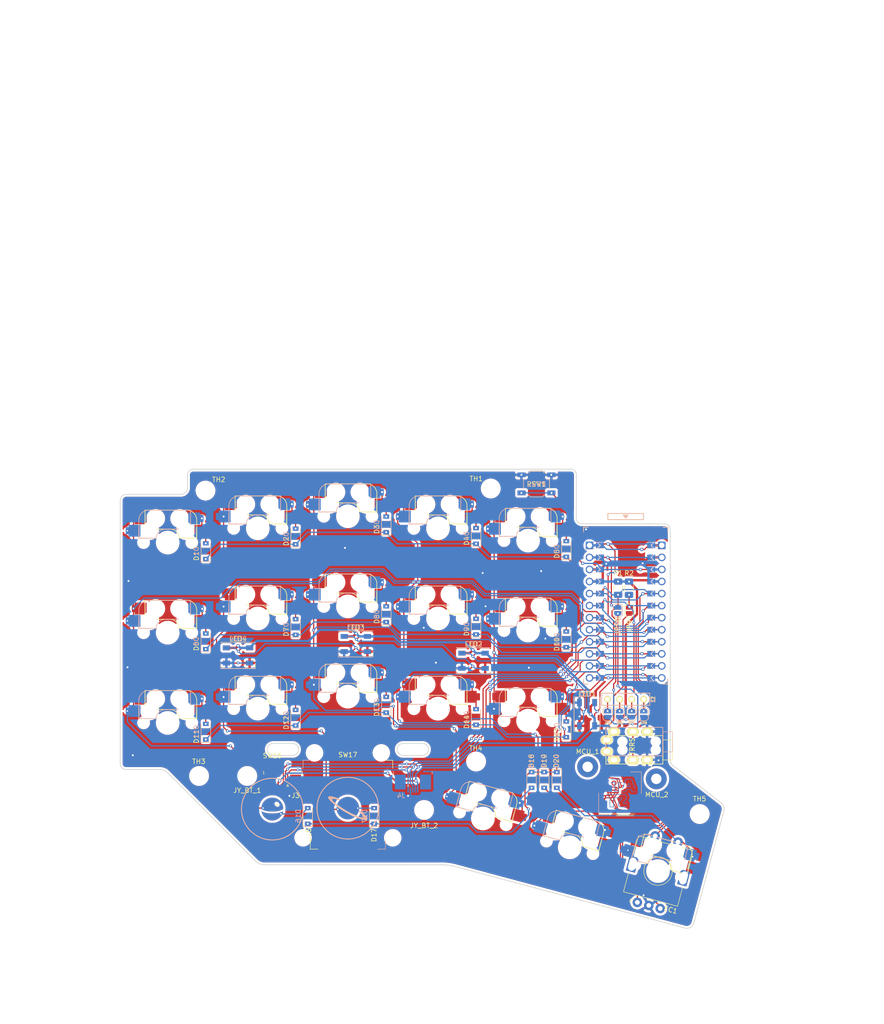
<source format=kicad_pcb>
(kicad_pcb (version 20211014) (generator pcbnew)
  (layers (0 "F.Cu" signal) (31 "B.Cu" signal) (34 "B.Paste" user) (35 "F.Paste" user) (36 "B.SilkS" user "B.Silkscreen") (37 "F.SilkS" user "F.Silkscreen") (38 "B.Mask" user) (39 "F.Mask" user) (44 "Edge.Cuts" user))
  (net 0 "")
  (net 1 "row0")
  (net 2 "row1")
  (net 3 "row2")
  (net 4 "row3")
  (net 5 "Net-(D11-Pad2)")
  (net 6 "Net-(D12-Pad2)")
  (net 7 "Net-(D13-Pad2)")
  (net 8 "Net-(D14-Pad2)")
  (net 9 "Net-(D15-Pad2)")
  (net 10 "Net-(D16-Pad2)")
  (net 11 "Net-(D17-Pad2)")
  (net 12 "Net-(D18-Pad2)")
  (net 13 "GND")
  (net 14 "col0")
  (net 15 "col1")
  (net 16 "col2")
  (net 17 "col3")
  (net 18 "SDA")
  (net 19 "LED")
  (net 20 "SCL")
  (net 21 "RESET")
  (net 22 "DATA")
  (net 23 "ENCB")
  (net 24 "ENCA")
  (net 25 "unconnected-(U1-Pad24)")
  (net 26 "Net-(J2-Pad1)")
  (net 27 "Net-(J2-Pad2)")
  (net 28 "Net-(J2-Pad3)")
  (net 29 "Net-(J2-Pad4)")
  (net 30 "Net-(D9-Pad2)")
  (net 31 "Net-(D8-Pad2)")
  (net 32 "Net-(D7-Pad2)")
  (net 33 "Net-(D6-Pad2)")
  (net 34 "Net-(D5-Pad2)")
  (net 35 "Net-(D4-Pad2)")
  (net 36 "Net-(D3-Pad2)")
  (net 37 "Net-(D2-Pad2)")
  (net 38 "Net-(D10-Pad2)")
  (net 39 "Net-(D1-Pad2)")
  (net 40 "Net-(LED1-Pad2)")
  (net 41 "sw_row")
  (net 42 "col4")
  (net 43 "Net-(D19-Pad2)")
  (net 44 "Net-(J1-Pad4)")
  (net 45 "Net-(LED2-Pad2)")
  (net 46 "Axis_Y")
  (net 47 "BT")
  (net 48 "Axis_X")
  (net 49 "Net-(LED3-Pad2)")
  (net 50 "unconnected-(LED4-Pad2)")
  (net 51 "Net-(J1-Pad2)")
  (net 52 "VCC")
  (footprint "Connector_FFC-FPC:TE_0-1734839-5_1x05-1MP_P0.5mm_Horizontal" (layer "F.Cu") (at 132.236196 124.815603 180)
    (fp_text reference "J3")
    (fp_text value "Conn_01x05_Female")
  )
  (footprint "jw_custom_footprint:CherryMX_Hotswap" (layer "F.Cu") (at 211.328622 143.231743 -15)
    (fp_text reference "SW20" hide)
    (fp_text value "SW20")
  )
  (footprint "Jumper:SolderJumper-2_P1.3mm_Open_RoundedPad1.0x1.5mm" (layer "F.Cu") (at 208.324277 110.155229 -90)
    (fp_text reference "JP8")
    (fp_text value "JP8")
  )
  (footprint "MountingHole:MountingHole_2.7mm_M2.5" (layer "F.Cu") (at 152.982592 118.319969 180)
    (fp_text reference "JS_HOLE_1" hide)
    (fp_text value "HOLE")
  )
  (footprint "jw_custom_footprint:CherryMX_Hotswap" (layer "F.Cu") (at 126.936966 71.003075)
    (fp_text reference "SW2" hide)
    (fp_text value "SW2")
  )
  (footprint "jw_custom_footprint:Diode_SOD123_THT" (layer "F.Cu") (at 172.962028 110.759228 90)
    (fp_text reference "D14")
    (fp_text value "D")
  )
  (footprint "MountingHole:MountingHole_3.2mm_M3" (layer "F.Cu") (at 176.060016 62.6108)
    (fp_text reference "TH1")
    (fp_text value "HOLE")
  )
  (footprint "MountingHole:MountingHole_3.2mm_M3" (layer "F.Cu") (at 115.911016 63.0438)
    (fp_text reference "TH2")
    (fp_text value "HOLE")
  )
  (footprint "jw_custom_footprint:Diode_SOD123_THT" (layer "F.Cu") (at 154.012628 70.171628 90)
    (fp_text reference "D3")
    (fp_text value "D")
  )
  (footprint "jw_custom_footprint:CherryMX_Hotswap" (layer "F.Cu") (at 183.936264 92.547875)
    (fp_text reference "SW10" hide)
    (fp_text value "SW10")
  )
  (footprint "jw_custom_footprint:Diode_SOD123_THT" (layer "F.Cu") (at 134.909078 91.784428 90)
    (fp_text reference "D7")
    (fp_text value "D")
  )
  (footprint "jw_custom_footprint:Diode_SOD123_THT" (layer "F.Cu") (at 115.962228 75.809828 90)
    (fp_text reference "D1")
    (fp_text value "D")
  )
  (footprint "jw_custom_footprint:Diode_SOD123_THT" (layer "F.Cu") (at 191.984878 75.350428 90)
    (fp_text reference "D5")
    (fp_text value "D")
  )
  (footprint "Jumper:SolderJumper-2_P1.3mm_Open_RoundedPad1.0x1.5mm" (layer "F.Cu") (at 205.784277 110.155229 -90)
    (fp_text reference "JP7")
    (fp_text value "JP7")
  )
  (footprint "jw_custom_footprint:Diode_SOD123_THT" (layer "F.Cu") (at 154.012628 108.168028 90)
    (fp_text reference "D13")
    (fp_text value "D")
  )
  (footprint "jw_custom_footprint:CherryMX_Hotswap" (layer "F.Cu") (at 145.936366 68.462315)
    (fp_text reference "SW3" hide)
    (fp_text value "SW3")
  )
  (footprint "SofleKeyboard-footprint:OLED_4Pin" (layer "F.Cu") (at 200.704277 107.019302)
    (fp_text reference "J2")
    (fp_text value "OLED" hide)
  )
  (footprint "SofleKeyboard-footprint:R_1206_DoubleSided" (layer "F.Cu") (at 202.900798 83.618547 -90)
    (fp_text reference "R1")
    (fp_text value "R")
  )
  (footprint "jw_custom_footprint:CherryMX_Hotswap" (layer "F.Cu") (at 183.936264 111.542875)
    (fp_text reference "SW15" hide)
    (fp_text value "SW15")
  )
  (footprint "jw_custom_footprint:CherryMX_Hotswap" (layer "F.Cu") (at 107.936766 112.003475)
    (fp_text reference "SW11" hide)
    (fp_text value "SW11")
  )
  (footprint "jw_custom_footprint:RotaryEncoder_Alps_EC11E-Switch_Vertical_H20mm" (layer "F.Cu") (at 211.328622 143.231745 165)
    (fp_text reference "EC1")
    (fp_text value "Rotary_Encoder_Switch")
  )
  (footprint "jw_custom_footprint:CherryMX_Hotswap" (layer "F.Cu") (at 145.936366 106.462475)
    (fp_text reference "SW13" hide)
    (fp_text value "SW13")
  )
  (footprint "jw_custom_footprint:CherryMX_Hotswap" (layer "F.Cu") (at 164.936566 71.002515)
    (fp_text reference "SW4" hide)
    (fp_text value "SW4")
  )
  (footprint "Jumper:SolderJumper-2_P1.3mm_Open_RoundedPad1.0x1.5mm" (layer "F.Cu") (at 203.244277 110.155229 -90)
    (fp_text reference "JP6")
    (fp_text value "JP6")
  )
  (footprint "MountingHole:MountingHole_3.2mm_M3" (layer "F.Cu") (at 162.0012 130.3528)
    (fp_text reference "JY_BT_2")
    (fp_text value "HOLE")
  )
  (footprint "jw_custom_footprint:LED_WS2812B_PLCC4_5.0x5.0mm_P3.2mm_double_side" (layer "F.Cu") (at 172.431 98.9076)
    (fp_text reference "LED2")
    (fp_text value "WS2812B")
  )
  (footprint "jw_custom_footprint:CherryMX_Hotswap" (layer "F.Cu") (at 164.936566 109.002875)
    (fp_text reference "SW14" hide)
    (fp_text value "SW14")
  )
  (footprint "jw_custom_footprint:CherryMX_Hotswap" (layer "F.Cu") (at 192.710422 138.240826 -15)
    (fp_text reference "SW19" hide)
    (fp_text value "SW19")
  )
  (footprint "MountingHole:MountingHole_3.2mm_M3" (layer "F.Cu") (at 124.714 123.19)
    (fp_text reference "JY_BT_1")
    (fp_text value "HOLE")
  )
  (footprint "jw_custom_footprint:Diode_SOD123_THT" (layer "F.Cu") (at 151.4856 131.6228 90)
    (fp_text reference "D17")
    (fp_text value "D")
  )
  (footprint "jw_custom_footprint:LED_WS2812B_PLCC4_5.0x5.0mm_P3.2mm_double_side" (layer "F.Cu") (at 196.3674 110.179114 -90)
    (fp_text reference "LED1")
    (fp_text value "WS2812B")
  )
  (footprint "jw_custom_footprint:CherryMX_Hotswap" (layer "F.Cu") (at 174.3964 132.1308 -15)
    (fp_text reference "SW18" hide)
    (fp_text value "SW18")
  )
  (footprint "jw_custom_footprint:CherryMX_Hotswap" (layer "F.Cu") (at 126.936966 90.002675)
    (fp_text reference "SW7" hide)
    (fp_text value "SW7")
  )
  (footprint "jw_custom_footprint:contact_button_pad_death_star_5mm_dual_side" (layer "F.Cu") (at 129.9972 130.175)
    (fp_text reference "SW16")
    (fp_text value "SW_Contact_Pad")
  )
  (footprint "jw_custom_footprint:CherryMX_Hotswap" (layer "F.Cu") (at 107.936766 74.002675)
    (fp_text reference "SW1" hide)
    (fp_text value "SW1")
  )
  (footprint "jw_custom_footprint:CherryMX_Hotswap" (layer "F.Cu") (at 145.936366 87.462275)
    (fp_text reference "SW8" hide)
    (fp_text value "SW8")
  )
  (footprint "MountingHole:MountingHole_2.7mm_M2.5" (layer "F.Cu") (at 138.887081 118.319459 180)
    (fp_text reference "JS_HOLE_2" hide)
    (fp_text value "HOLE")
  )
  (footprint "jw_custom_footprint:Diode_SOD123_THT" (layer "F.Cu") (at 191.984878 113.350028 90)
    (fp_text reference "D15")
    (fp_text value "D")
  )
  (footprint "jw_custom_footprint:Diode_SOD123_THT" (layer "F.Cu") (at 115.962228 113.861428 90)
    (fp_text reference "D11")
    (fp_text value "D")
  )
  (footprint "MountingHole:MountingHole_3.2mm_M3" (layer "F.Cu") (at 172.974 120.142)
    (fp_text reference "TH4")
    (fp_text value "HOLE")
  )
  (footprint "MountingHole:MountingHole_2.2mm_M2_Pad" (layer "F.Cu") (at 196.4944 121.2596)
    (fp_text reference "MCU_1")
    (fp_text value "HOLE")
  )
  (footprint "jw_custom_footprint:LED_WS2812B_PLCC4_5.0x5.0mm_P3.2mm_double_side" (layer "F.Cu") (at 147.5946 95.377)
    (fp_text reference "LED3")
    (fp_text value "WS2812B")
  )
  (footprint "jw_custom_footprint:Diode_SOD123_THT" (layer "F.Cu") (at 172.962028 91.708028 90)
    (fp_text reference "D9")
    (fp_text value "D")
  )
  (footprint "jw_custom_footprint:MJ-4PP-9" (layer "F.Cu") (at 212.337338 117.685915 -90)
    (fp_text reference "J1")
    (fp_text value "4PIN" hide)
  )
  (footprint "MountingHole:MountingHole_2.2mm_M2_Pad" (layer "F.Cu") (at 210.9724 123.7996)
    (fp_text reference "MCU_2")
    (fp_text value "HOLE")
  )
  (footprint "MountingHole:MountingHole_2.7mm_M2.5" (layer "F.Cu") (at 136.486592 136.219577 180)
    (fp_text reference "JS_HOLE_3" hide)
    (fp_text value "HOLE")
  )
  (footprint "Jumper:SolderJumper-2_P1.3mm_Open_RoundedPad1.0x1.5mm" (layer "F.Cu") (at 202.840881 88.287313 90)
    (fp_text reference "JP10")
    (fp_text value "IC2SDA")
  )
  (footprint "MountingHole:MountingHole_3.2mm_M3" (layer "F.Cu") (at 220.1164 131.2164)
    (fp_text reference "TH5")
    (fp_text value "HOLE")
  )
  (footprint "jw_custom_footprint:LED_WS2812B_PLCC4_5.0x5.0mm_P3.2mm_double_side" (layer "F.Cu") (at 122.7582 97.79)
    (fp_text reference "LED4")
    (fp_text value "WS2812B")
  )
  (footprint "jw_custom_footprint:Diode_SOD123_THT" (layer "F.Cu") (at 154.012628 89.1028 90)
    (fp_text reference "D8")
    (fp_text value "D")
  )
  (footprint "jw_custom_footprint:contact_button_pad_planet_5mm_dual_side" (layer "F.Cu") (at 145.923 129.9718)
    (fp_text reference "SW17")
    (fp_text value "SW_Contact_Pad")
  )
  (footprint "jw_custom_footprint:CherryMX_Hotswap" (layer "F.Cu") (at 164.936566 90.002475)
    (fp_text reference "SW9" hide)
    (fp_text value "SW9")
  )
  (footprint "jw_custom_footprint:CherryMX_Hotswap" (layer "F.Cu") (at 183.936264 73.594075)
    (fp_text reference "SW5" hide)
    (fp_text value "SW5")
  )
  (footprint "Jumper:SolderJumper-2_P1.3mm_Open_RoundedPad1.0x1.5mm" (layer "F.Cu") (at 205.297168 88.287313 90)
    (fp_text reference "JP9")
    (fp_text value "I2CSCL")
  )
  (footprint "jw_custom_footprint:Diode_SOD123_THT" (layer "F.Cu") (at 191.984878 94.400428 90)
    (fp_text reference "D10")
    (fp_text value "D")
  )
  (footprint "MountingHole:MountingHole_3.2mm_M3" (layer "F.Cu") (at 114.554 123.19)
    (fp_text reference "TH3")
    (fp_text value "HOLE")
  )
  (footprint "jw_custom_footprint:Diode_SOD123_THT" (layer "F.Cu") (at 115.962228 94.810228 90)
    (fp_text reference "D6")
    (fp_text value "D")
  )
  (footprint "jw_custom_footprint:Diode_SOD123_THT" (layer "F.Cu") (at 134.909078 72.708628 90)
    (fp_text reference "D2")
    (fp_text value "D")
  )
  (footprint "jw_custom_footprint:Diode_SOD123_THT" (layer "F.Cu") (at 134.909078 110.911028 90)
    (fp_text reference "D12")
    (fp_text value "D")
  )
  (footprint "jw_custom_footprint:Diode_SOD123_THT" (layer "F.Cu") (at 172.962028 72.596 90)
    (fp_text reference "D4")
    (fp_text value "D")
  )
  (footprint "MountingHole:MountingHole_2.7mm_M2.5" (layer "F.Cu") (at 155.386392 136.220177 180)
    (fp_text reference "JS_HOLE_4" hide)
    (fp_text value "HOLE")
  )
  (footprint "jw_custom_footprint:Diode_SOD123_THT" (layer "F.Cu") (at 184.667111 124.035915 -90)
    (fp_text reference "D18")
    (fp_text value "D")
  )
  (footprint "jw_custom_footprint:CherryMX_Hotswap" (layer "F.Cu") (at 107.936766 93.003075)
    (fp_text reference "SW6" hide)
    (fp_text value "SW6")
  )
  (footprint "SofleKeyboard-footprint:R_1206_DoubleSided" (layer "F.Cu") (at 205.225898 83.618547 -90)
    (fp_text reference "R2")
    (fp_text value "R")
  )
  (footprint "jw_custom_image:star_wars_at-st_f.cu_9mm" (layer "F.Cu") (at 201.542156 127.694951)
    (fp_text reference "REF**")
    (fp_text value "star_wars_at-st_f.cu_9mm")
  )
  (footprint "Button_Switch_SMD:SW_SPST_TL3342" (layer "F.Cu") (at 185.6994 61.62439)
    (fp_text reference "RSW1")
    (fp_text value "SW_RST")
  )
  (footprint "Jumper:SolderJumper-2_P1.3mm_Open_RoundedPad1.0x1.5mm" (layer "F.Cu") (at 200.704277 110.155229 -90)
    (fp_text reference "JP5")
    (fp_text value "JP5")
  )
  (footprint "jw_custom_footprint:Diode_SOD123_THT" (layer "F.Cu") (at 189.98445 124.035915 -90)
    (fp_text reference "D20")
    (fp_text value "D")
  )
  (footprint "jw_custom_footprint:Nintendo_Switch_JOYSTICK" (layer "F.Cu") (at 145.936592 129.219854)
    (fp_text reference "REF**" hide)
    (fp_text value "Nintendo_Switch_JOYSTICK")
  )
  (footprint "jw_custom_footprint:Diode_SOD123_THT" (layer "F.Cu") (at 187.32578 124.035915 -90)
    (fp_text reference "D19")
    (fp_text value "D")
  )
  (footprint "jw_custom_footprint:Diode_SOD123_THT" (layer "F.Cu") (at 137.4648 131.6228 90)
    (fp_text reference "D16")
    (fp_text value "D")
  )
  (footprint "jw_custom_footprint:CherryMX_Hotswap" (layer "F.Cu") (at 126.936966 109.002275)
    (fp_text reference "SW12" hide)
    (fp_text value "SW12")
  )
  (footprint "jw_custom_footprint:Nintendo_Switch_JOYSTICK" (layer "B.Cu") (at 145.936592 129.219854 180)
    (fp_text reference "REF**" hide)
    (fp_text value "Nintendo_Switch_JOYSTICK")
  )
  (footprint "Button_Switch_SMD:SW_SPST_TL3342" (layer "B.Cu") (at 185.6994 61.62439 180)
    (fp_text reference "RSW2")
    (fp_text value "SW_RST")
  )
  (footprint "Jumper:SolderJumper-2_P1.3mm_Open_RoundedPad1.0x1.5mm" (layer "B.Cu") (at 205.784277 110.155229 -90)
    (fp_text reference "JP3")
    (fp_text value "JP3")
  )
  (footprint "Jumper:SolderJumper-2_P1.3mm_Open_RoundedPad1.0x1.5mm" (layer "B.Cu") (at 202.840881 88.287313 90)
    (fp_text reference "JP11")
    (fp_text value "Serial")
  )
  (footprint "jw_custom_image:star_wars_at_st_text_hollow_f.cu" (layer "B.Cu") (at 203.3104 126.8412 180)
    (fp_text reference "REF**" hide)
    (fp_text value "star_wars_at_st_text_hollow_f.cu")
  )
  (footprint "jw_custom_footprint:ProMicro_jumper_pad_only" (layer "B.Cu") (at 204.123277 88.937815 180)
    (fp_text reference "U1" hide)
    (fp_text value "ProMicro" hide)
  )
  (footprint "Connector_FFC-FPC:TE_0-1734839-5_1x05-1MP_P0.5mm_Horizontal" (layer "B.Cu") (at 159.636392 124.815603)
    (fp_text reference "J4")
    (fp_text value "Conn_01x05_Female")
  )
  (footprint "Jumper:SolderJumper-2_P1.3mm_Open_RoundedPad1.0x1.5mm" (layer "B.Cu") (at 208.324277 110.155229 -90)
    (fp_text reference "JP4")
    (fp_text value "JP4")
  )
  (footprint "Jumper:SolderJumper-2_P1.3mm_Open_RoundedPad1.0x1.5mm" (layer "B.Cu") (at 203.244277 110.155229 -90)
    (fp_text reference "JP2")
    (fp_text value "JP2")
  )
  (footprint "Jumper:SolderJumper-2_P1.3mm_Open_RoundedPad1.0x1.5mm" (layer "B.Cu") (at 200.704277 110.155229 -90)
    (fp_text reference "JP1")
    (fp_text value "JP1")
  )
  (gr_arc (start 112.121514 59.7789) (mid 112.477376 58.887872) (end 113.369311 58.5343) (layer "Edge.Cuts") (width 0.15))
  (gr_arc (start 112.125002 62.44071) (mid 111.714207 63.427475) (end 110.727711 63.838915) (layer "Edge.Cuts") (width 0.15))
  (gr_line (start 224.5614 128.8034) (end 214.461347 120.981192) (layer "Edge.Cuts") (width 0.15))
  (gr_line (start 106.2306 121.8228) (end 99.094511 121.8228) (layer "Edge.Cuts") (width 0.15))
  (gr_line (start 161.693756 116.346577) (end 157.578956 116.346577) (layer "Edge.Cuts") (width 0.15))
  (gr_line (start 126.4412 141.097) (end 107.95 122.536) (layer "Edge.Cuts") (width 0.15))
  (gr_line (start 218.8718 154.2288) (end 225.2218 130.5306) (layer "Edge.Cuts") (width 0.15))
  (gr_line (start 99.348511 63.838915) (end 110.727711 63.838915) (layer "Edge.Cuts") (width 0.15))
  (gr_arc (start 99.094511 121.8228) (mid 98.242793 121.419272) (end 97.929166 120.53051) (layer "Edge.Cuts") (width 0.15))
  (gr_arc (start 128.4732 141.912181) (mid 127.370426 141.720889) (end 126.4412 141.097) (layer "Edge.Cuts") (width 0.15))
  (gr_arc (start 134.293576 116.346577) (mid 135.549023 117.602) (end 134.293576 118.8574) (layer "Edge.Cuts") (width 0.15))
  (gr_line (start 216.916 155.2194) (end 168.795573 142.3468) (layer "Edge.Cuts") (width 0.15))
  (gr_line (start 165.608 141.920181) (end 128.4732 141.912181) (layer "Edge.Cuts") (width 0.15))
  (gr_line (start 194.100178 59.6773) (end 194.100178 68.84151) (layer "Edge.Cuts") (width 0.15))
  (gr_arc (start 106.2306 121.8228) (mid 107.166545 121.995577) (end 107.95 122.536) (layer "Edge.Cuts") (width 0.15))
  (gr_arc (start 130.178776 118.8574) (mid 128.9234 117.602) (end 130.178776 116.346577) (layer "Edge.Cuts") (width 0.15))
  (gr_line (start 212.737616 70.067428) (end 195.313317 70.054649) (layer "Edge.Cuts") (width 0.15))
  (gr_arc (start 214.461347 120.981192) (mid 214.069268 120.469335) (end 213.908566 119.844915) (layer "Edge.Cuts") (width 0.15))
  (gr_line (start 112.121514 59.7789) (end 112.125002 62.44071) (layer "Edge.Cuts") (width 0.15))
  (gr_arc (start 218.8718 154.2288) (mid 218.097658 155.126393) (end 216.916 155.2194) (layer "Edge.Cuts") (width 0.15))
  (gr_arc (start 195.313317 70.054649) (mid 194.455498 69.699329) (end 194.100178 68.84151) (layer "Edge.Cuts") (width 0.15))
  (gr_line (start 134.293576 116.346577) (end 130.178776 116.346577) (layer "Edge.Cuts") (width 0.15))
  (gr_arc (start 97.929166 65.13311) (mid 98.36127 64.181603) (end 99.348511 63.838915) (layer "Edge.Cuts") (width 0.15))
  (gr_line (start 130.178776 118.8574) (end 134.293576 118.8574) (layer "Edge.Cuts") (width 0.15))
  (gr_arc (start 212.737616 70.067428) (mid 213.56195 70.4014) (end 213.906016 71.2216) (layer "Edge.Cuts") (width 0.15))
  (gr_arc (start 165.608 141.920181) (mid 167.217637 142.01506) (end 168.795573 142.3468) (layer "Edge.Cuts") (width 0.15))
  (gr_arc (start 192.972911 58.534504) (mid 193.778722 58.867003) (end 194.100178 59.6773) (layer "Edge.Cuts") (width 0.15))
  (gr_line (start 192.972911 58.534504) (end 113.369311 58.5343) (layer "Edge.Cuts") (width 0.15))
  (gr_line (start 213.908566 119.844915) (end 213.906016 71.2216) (layer "Edge.Cuts") (width 0.15))
  (gr_line (start 157.578956 118.8574) (end 161.693756 118.8574) (layer "Edge.Cuts") (width 0.15))
  (gr_arc (start 224.5614 128.8034) (mid 225.15708 129.565493) (end 225.2218 130.5306) (layer "Edge.Cuts") (width 0.15))
  (gr_line (start 97.929166 65.13311) (end 97.929166 120.53051) (layer "Edge.Cuts") (width 0.15))
  (gr_arc (start 161.693756 116.346577) (mid 162.949223 117.602) (end 161.693756 118.8574) (layer "Edge.Cuts") (width 0.15))
  (gr_arc (start 157.578956 118.8574) (mid 156.3236 117.602) (end 157.578956 116.346577) (layer "Edge.Cuts") (width 0.15))
  (segment (start 200.275462 90.424) (end 199.678277 89.826815) (width 0.25) (layer "F.Cu") (net 1))
  (segment (start 195.4276 80.44315) (end 191.984878 77.000428) (width 0.25) (layer "F.Cu") (net 1))
  (segment (start 198.395862 88.5444) (end 196.0372 88.5444) (width 0.25) (layer "F.Cu") (net 1))
  (segment (start 199.678277 89.826815) (end 198.395862 88.5444) (width 0.25) (layer "F.Cu") (net 1))
  (segment (start 196.0372 88.5444) (end 195.4276 87.9348) (width 0.25) (layer "F.Cu") (net 1))
  (segment (start 195.4276 87.9348) (end 195.4276 80.44315) (width 0.25) (layer "F.Cu") (net 1))
  (segment (start 200.914 90.424) (end 200.275462 90.424) (width 0.25) (layer "F.Cu") (net 1))
  (via (at 200.914 90.424) (size 0.6) (drill 0.3) (layers "F.Cu" "B.Cu") (net 1))
  (segment (start 200.914 90.424) (end 202.554 92.064) (width 0.25) (layer "B.Cu") (net 1))
  (segment (start 156.338 74.246) (end 172.962028 74.246) (width 0.25) (layer "B.Cu") (net 1))
  (segment (start 202.554 92.064) (end 207.093092 92.064) (width 0.25) (layer "B.Cu") (net 1))
  (segment (start 137.446078 71.821628) (end 134.909078 74.358628) (width 0.25) (layer "B.Cu") (net 1))
  (segment (start 207.093092 92.064) (end 209.330277 89.826815) (width 0.25) (layer "B.Cu") (net 1))
  (segment (start 119.063428 74.358628) (end 115.962228 77.459828) (width 0.25) (layer "B.Cu") (net 1))
  (segment (start 154.013628 71.921628) (end 156.338 74.246) (width 0.25) (layer "B.Cu") (net 1))
  (segment (start 175.716456 77.000428) (end 191.984878 77.000428) (width 0.25) (layer "B.Cu") (net 1))
  (segment (start 134.909078 74.358628) (end 119.063428 74.358628) (width 0.25) (layer "B.Cu") (net 1))
  (segment (start 154.012628 71.821628) (end 137.446078 71.821628) (width 0.25) (layer "B.Cu") (net 1))
  (segment (start 175.716456 77.000428) (end 172.962028 74.246) (width 0.25) (layer "B.Cu") (net 1))
  (segment (start 195.254901 94.9452) (end 196.575701 93.6244) (width 0.25) (layer "F.Cu") (net 2))
  (segment (start 198.420692 93.6244) (end 199.678277 92.366815) (width 0.25) (layer "F.Cu") (net 2))
  (segment (start 200.66 93.7768) (end 199.624886 92.741686) (width 0.25) (layer "F.Cu") (net 2))
  (segment (start 195.1877 94.9452) (end 195.254901 94.9452) (width 0.25) (layer "F.Cu") (net 2))
  (segment (start 196.575701 93.6244) (end 198.420692 93.6244) (width 0.25) (layer "F.Cu") (net 2))
  (via (at 200.66 93.7768) (size 0.7) (drill 0.4) (layers "F.Cu" "B.Cu") (net 2))
  (via (at 195.1877 94.9452) (size 0.7) (drill 0.4) (layers "F.Cu" "B.Cu") (net 2))
  (segment (start 173.039028 93.358028) (end 175.223624 93.358028) (width 0.25) (layer "B.Cu") (net 2))
  (segment (start 194.082472 96.050428) (end 191.984878 96.050428) (width 0.25) (layer "B.Cu") (net 2))
  (segment (start 136.079972 93.434428) (end 138.7616 90.7528) (width 0.25) (layer "B.Cu") (net 2))
  (segment (start 134.909078 93.434428) (end 118.988028 93.434428) (width 0.25) (layer "B.Cu") (net 2))
  (segment (start 195.1877 94.9452) (end 194.082472 96.050428) (width 0.25) (layer "B.Cu") (net 2))
  (segment (start 175.223624 93.358028) (end 177.916024 96.050428) (width 0.25) (layer "B.Cu") (net 2))
  (segment (start 138.7616 90.7528) (end 154.012628 90.7528) (width 0.25) (layer "B.Cu") (net 2))
  (segment (start 208.534 93.7768) (end 209.330277 92.980523) (width 0.25) (layer "B.Cu") (net 2))
  (segment (start 209.330277 92.980523) (end 209.330277 92.366815) (width 0.25) (layer "B.Cu") (net 2))
  (segment (start 118.988028 93.434428) (end 115.962228 96.460228) (width 0.25) (layer "B.Cu") (net 2))
  (segment (start 156.617856 93.358028) (end 154.012628 90.7528) (width 0.25) (layer "B.Cu") (net 2))
  (segment (start 177.916024 96.050428) (end 191.984878 96.050428) (width 0.25) (layer "B.Cu") (net 2))
  (segment (start 134.909078 93.434428) (end 136.079972 93.434428) (width 0.25) (layer "B.Cu") (net 2))
  (segment (start 172.962028 93.358028) (end 156.617856 93.358028) (width 0.25) (layer "B.Cu") (net 2))
  (segment (start 200.66 93.7768) (end 208.534 93.7768) (width 0.25) (layer "B.Cu") (net 2))
  (segment (start 195.953285 101.277515) (end 198.387577 101.277515) (width 0.25) (layer "F.Cu") (net 3))
  (segment (start 194.1576 104.4299) (end 194.1576 103.0732) (width 0.25) (layer "F.Cu") (net 3))
  (segment (start 191.6176 114.63275) (end 191.984878 115.000028) (width 0.25) (layer "F.Cu") (net 3))
  (segment (start 194.1576 103.0732) (end 195.953285 101.277515) (width 0.25) (layer "F.Cu") (net 3))
  (segment (start 200.622185 99.986815) (end 199.678277 99.986815) (width 0.25) (layer "F.Cu") (net 3))
  (segment (start 191.6176 113.3348) (end 191.6176 114.63275) (width 0.25) (layer "F.Cu") (net 3))
  (segment (start 200.66 99.949) (end 200.622185 99.986815) (width 0.25) (layer "F.Cu") (net 3))
  (segment (start 198.387577 101.277515) (end 199.678277 99.986815) (width 0.25) (layer "F.Cu") (net 3))
  (via (at 191.6176 113.3348) (size 0.6) (drill 0.3) (layers "F.Cu" "B.Cu") (net 3))
  (via (at 200.66 99.949) (size 0.7) (drill 0.4) (layers "F.Cu" "B.Cu") (net 3))
  (via (at 194.1576 104.4299) (size 0.6) (drill 0.3) (layers "F.Cu" "B.Cu") (net 3))
  (segment (start 179.514632 115.000028) (end 191.984878 115.000028) (width 0.25) (layer "B.Cu") (net 3))
  (segment (start 192.7352 105.887484) (end 192.7352 108.637196) (width 0.25) (layer "B.Cu") (net 3))
  (segment (start 192.7352 108.637196) (end 190.9064 110.465996) (width 0.25) (layer "B.Cu") (net 3))
  (segment (start 137.652078 109.818028) (end 134.909078 112.561028) (width 0.25) (layer "B.Cu") (net 3))
  (segment (start 190.9064 112.6236) (end 191.6176 113.3348) (width 0.25) (layer "B.Cu") (net 3))
  (segment (start 190.9064 110.465996) (end 190.9064 112.6236) (width 0.25) (layer "B.Cu") (net 3))
  (segment (start 156.603828 112.409228) (end 154.012628 109.818028) (width 0.25) (layer "B.Cu") (net 3))
  (segment (start 176.923832 112.409228) (end 179.514632 115.000028) (width 0.25) (layer "B.Cu") (net 3))
  (segment (start 200.697815 99.986815) (end 209.330277 99.986815) (width 0.25) (layer "B.Cu") (net 3))
  (segment (start 173.039028 112.409228) (end 176.923832 112.409228) (width 0.25) (layer "B.Cu") (net 3))
  (segment (start 172.962028 112.409228) (end 156.603828 112.409228) (width 0.25) (layer "B.Cu") (net 3))
  (segment (start 194.1576 104.4299) (end 194.1576 104.465084) (width 0.25) (layer "B.Cu") (net 3))
  (segment (start 200.66 99.949) (end 200.697815 99.986815) (width 0.25) (layer "B.Cu") (net 3))
  (segment (start 118.912628 112.561028) (end 115.962228 115.511428) (width 0.25) (layer "B.Cu") (net 3))
  (segment (start 154.012628 109.818028) (end 137.652078 109.818028) (width 0.25) (layer "B.Cu") (net 3))
  (segment (start 134.909078 112.561028) (end 118.912628 112.561028) (width 0.25) (layer "B.Cu") (net 3))
  (segment (start 194.1576 104.465084) (end 192.7352 105.887484) (width 0.25) (layer "B.Cu") (net 3))
  (segment (start 197.150692 105.0544) (end 199.678277 102.526815) (width 0.25) (layer "F.Cu") (net 4))
  (segment (start 192.7352 105.0036) (end 192.786 105.0544) (width 0.25) (layer "F.Cu") (net 4))
  (segment (start 189.98445 113.79955) (end 189.98445 122.385915) (width 0.25) (layer "F.Cu") (net 4))
  (segment (start 183.9976 130.1496) (end 183.2864 129.4384) (width 0.25) (layer "F.Cu") (net 4))
  (segment (start 184.319085 122.385915) (end 184.667111 122.385915) (width 0.25) (layer "F.Cu") (net 4))
  (segment (start 200.850785 102.526815) (end 199.678277 102.526815) (width 0.25) (layer "F.Cu") (net 4))
  (segment (start 200.8632 102.5144) (end 200.850785 102.526815) (width 0.25) (layer "F.Cu") (net 4))
  (segment (start 190.4492 113.3348) (end 189.98445 113.79955) (width 0.25) (layer "F.Cu") (net 4))
  (segment (start 183.2864 123.4186) (end 184.319085 122.385915) (width 0.25) (layer "F.Cu") (net 4))
  (segment (start 183.2864 129.4384) (end 183.2864 123.4186) (width 0.25) (layer "F.Cu") (net 4))
  (segment (start 192.786 105.0544) (end 197.150692 105.0544) (width 0.25) (layer "F.Cu") (net 4))
  (via (at 200.8632 102.5144) (size 0.7) (drill 0.4) (layers "F.Cu" "B.Cu") (net 4))
  (via (at 192.7352 105.0036) (size 0.6) (drill 0.3) (layers "F.Cu" "B.Cu") (net 4))
  (via (at 190.4492 113.3348) (size 0.6) (drill 0.3) (layers "F.Cu" "B.Cu") (net 4))
  (via (at 183.9976 130.1496) (size 0.6) (drill 0.3) (layers "F.Cu" "B.Cu") (net 4))
  (segment (start 173.2026 135.001) (end 180.467 135.001) (width 0.25) (layer "B.Cu") (net 4))
  (segment (start 192.7352 105.0036) (end 192.2852 105.4536) (width 0.25) (layer "B.Cu") (net 4))
  (segment (start 192.2852 105.4536) (end 192.2852 108.4508) (width 0.25) (layer "B.Cu") (net 4))
  (segment (start 200.875615 102.526815) (end 209.330277 102.526815) (width 0.25) (layer "B.Cu") (net 4))
  (segment (start 184.667111 122.385915) (end 187.32578 122.385915) (width 0.25) (layer "B.Cu") (net 4))
  (segment (start 180.467 135.001) (end 184.023 131.445) (width 0.25) (layer "B.Cu") (net 4))
  (segment (start 190.4564 110.2796) (end 190.4564 113.3276) (width 0.25) (layer "B.Cu") (net 4))
  (segment (start 190.4564 113.3276) (end 190.4492 113.3348) (width 0.25) (layer "B.Cu") (net 4))
  (segment (start 171.4744 133.2728) (end 173.2026 135.001) (width 0.25) (layer "B.Cu") (net 4))
  (segment (start 184.023 130.175) (end 183.9976 130.1496) (width 0.25) (layer "B.Cu") (net 4))
  (segment (start 200.8632 102.5144) (end 200.875615 102.526815) (width 0.25) (layer "B.Cu") (net 4))
  (segment (start 187.32578 122.385915) (end 189.98445 122.385915) (width 0.25) (layer "B.Cu") (net 4))
  (segment (start 184.023 131.445) (end 184.023 130.175) (width 0.25) (layer "B.Cu") (net 4))
  (segment (start 151.4856 133.2728) (end 137.4648 133.2728) (width 0.25) (layer "B.Cu") (net 4))
  (segment (start 192.2852 108.4508) (end 190.4564 110.2796) (width 0.25) (layer "B.Cu") (net 4))
  (segment (start 151.4856 133.2728) (end 171.4744 133.2728) (width 0.25) (layer "B.Cu") (net 4))
  (segment (start 115.962228 112.211428) (end 115.962228 109.978013) (width 0.25) (layer "F.Cu") (net 5))
  (segment (start 115.136766 108.203475) (end 115.136766 106.903475) (width 0.25) (layer "F.Cu") (net 5))
  (segment (start 116.436766 109.503475) (end 115.136766 108.203475) (width 0.25) (layer "F.Cu") (net 5))
  (via (at 115.136766 106.903475) (size 0.7) (drill 0.4) (layers "F.Cu" "B.Cu") (net 5))
  (segment (start 134.909078 109.261028) (end 134.909078 107.030163) (width 0.25) (layer "F.Cu") (net 6))
  (segment (start 135.436966 106.502275) (end 134.136966 105.202275) (width 0.25) (layer "F.Cu") (net 6))
  (segment (start 134.136966 105.202275) (end 134.136966 103.902275) (width 0.25) (layer "F.Cu") (net 6))
  (via (at 134.136966 103.902275) (size 0.7) (drill 0.4) (layers "F.Cu" "B.Cu") (net 6))
  (segment (start 153.161464 102.662475) (end 153.161464 101.362475) (width 0.25) (layer "F.Cu") (net 7))
  (segment (start 154.461464 103.962475) (end 153.161464 102.662475) (width 0.25) (layer "F.Cu") (net 7))
  (segment (start 154.012628 106.518028) (end 154.012628 104.411311) (width 0.25) (layer "F.Cu") (net 7))
  (via (at 153.161464 101.362475) (size 0.7) (drill 0.4) (layers "F.Cu" "B.Cu") (net 7))
  (segment (start 173.436566 106.502875) (end 172.136566 105.202875) (width 0.25) (layer "F.Cu") (net 8))
  (segment (start 172.136566 105.202875) (end 172.136566 103.902875) (width 0.25) (layer "F.Cu") (net 8))
  (segment (start 172.962028 109.109228) (end 172.962028 106.977413) (width 0.25) (layer "F.Cu") (net 8))
  (via (at 172.136566 103.902875) (size 0.7) (drill 0.4) (layers "F.Cu" "B.Cu") (net 8))
  (segment (start 191.984878 111.700028) (end 191.984878 109.494261) (width 0.25) (layer "F.Cu") (net 9))
  (segment (start 192.436264 109.042875) (end 191.136264 107.742875) (width 0.25) (layer "F.Cu") (net 9))
  (segment (start 191.136264 107.742875) (end 191.136264 106.442875) (width 0.25) (layer "F.Cu") (net 9))
  (via (at 191.136264 106.442875) (size 0.7) (drill 0.4) (layers "F.Cu" "B.Cu") (net 9))
  (segment (start 131.826 131.191) (end 136.2466 131.191) (width 0.25) (layer "B.Cu") (net 10))
  (segment (start 136.2466 131.191) (end 137.4648 129.9728) (width 0.25) (layer "B.Cu") (net 10))
  (segment (start 148.082 130.175) (end 148.0312 130.2258) (width 0.25) (layer "B.Cu") (net 11))
  (segment (start 148.0312 129.9718) (end 151.4846 129.9718) (width 0.25) (layer "B.Cu") (net 11))
  (segment (start 148.082 129.921) (end 148.0312 129.9718) (width 0.25) (layer "B.Cu") (net 11))
  (segment (start 151.4846 129.9718) (end 151.4856 129.9728) (width 0.25) (layer "B.Cu") (net 11))
  (segment (start 182.6768 129.3876) (end 182.6768 131.33893) (width 0.25) (layer "F.Cu") (net 12))
  (segment (start 182.1688 128.8796) (end 182.6768 129.3876) (width 0.25) (layer "F.Cu") (net 12))
  (via (at 182.1688 128.8796) (size 0.7) (drill 0.4) (layers "F.Cu" "B.Cu") (net 12))
  (segment (start 182.1688 128.8796) (end 182.1688 128.184226) (width 0.25) (layer "B.Cu") (net 12))
  (segment (start 182.1688 128.184226) (end 184.659216 125.69381) (width 0.25) (layer "B.Cu") (net 12))
  (segment (start 184.659216 125.69381) (end 184.667111 125.69381) (width 0.25) (layer "B.Cu") (net 12))
  (segment (start 208.091966 78.365126) (end 209.330277 77.126815) (width 0.5) (layer "F.Cu") (net 13))
  (segment (start 200.406 78.468315) (end 199.678277 79.196038) (width 0.5) (layer "F.Cu") (net 13))
  (segment (start 194.7672 110.6424) (end 194.7674 110.6426) (width 0.5) (layer "F.Cu") (net 13))
  (segment (start 199.678277 79.666815) (end 199.678277 82.206815) (width 0.5) (layer "F.Cu") (net 13))
  (segment (start 199.678277 79.196038) (end 199.678277 79.666815) (width 0.5) (layer "F.Cu") (net 13))
  (segment (start 208.091966 78.366715) (end 208.091966 78.365126) (width 0.5) (layer "F.Cu") (net 13))
  (segment (start 133.604 127.381) (end 133.051593 127.381) (width 0.3) (layer "F.Cu") (net 13))
  (segment (start 133.051593 127.381) (end 132.736196 127.065603) (width 0.3) (layer "F.Cu") (net 13))
  (segment (start 132.736196 127.065603) (end 132.736196 125.704585) (width 0.3) (layer "F.Cu") (net 13))
  (segment (start 194.7674 110.6426) (end 194.7674 112.629114) (width 0.5) (layer "F.Cu") (net 13))
  (via (at 187.579 94.234) (size 0.7) (drill 0.4) (layers "F.Cu" "B.Cu") (net 13))
  (via (at 99.4664 100.2792) (size 0.7) (drill 0.4) (layers "F.Cu" "B.Cu") (net 13))
  (via (at 208.091966 78.366715) (size 0.7) (drill 0.4) (layers "F.Cu" "B.Cu") (net 13))
  (via (at 145.320711 75.11691) (size 0.7) (drill 0.4) (layers "F.Cu" "B.Cu") (net 13))
  (via (at 208.28 148.336) (size 0.7) (drill 0.4) (layers "F.Cu" "B.Cu") (net 13))
  (via (at 99.6696 82.0928) (size 0.7) (drill 0.4) (layers "F.Cu" "B.Cu") (net 13))
  (via (at 174.3456 80.4164) (size 0.7) (drill 0.4) (layers "F.Cu" "B.Cu") (net 13))
  (via (at 211.4296 119.888) (size 0.7) (drill 0.4) (layers "F.Cu" "B.Cu") (net 13))
  (via (at 186.69 80.01) (size 0.7) (drill 0.4) (layers "F.Cu" "B.Cu") (net 13))
  (via (at 174.9552 87.4268) (size 0.7) (drill 0.4) (layers "F.Cu" "B.Cu") (net 13))
  (via (at 200.406 78.468315) (size 0.7) (drill 0.4) (layers "F.Cu" "B.Cu") (net 13))
  (via (at 184.0992 100.3808) (size 0.7) (drill 0.4) (layers "F.Cu" "B.Cu") (net 13))
  (via (at 188.82615 59.726105) (size 0.7) (drill 0.4) (layers "F.Cu" "B.Cu") (net 13))
  (via (at 182.52695 59.726105) (size 0.7) (drill 0.4) (layers "F.Cu" "B.Cu") (net 13))
  (via (at 199.517 114.046) (size 0.7) (drill 0.4) (layers "F.Cu" "B.Cu") (net 13))
  (via (at 100.584 118.8212) (size 0.7) (drill 0.4) (layers "F.Cu" "B.Cu") (net 13))
  (via (at 158.623 127.381) (size 0.7) (drill 0.4) (layers "F.Cu" "B.Cu") (net 13))
  (via (at 161.925 91.948) (size 0.7) (drill 0.4) (layers "F.Cu" "B.Cu") (net 13))
  (via (at 133.604 127.381) (size 0.7) (drill 0.4) (layers "F.Cu" "B.Cu") (net 13))
  (via (at 164.4904 99.314) (size 0.7) (drill 0.4) (layers "F.Cu" "B.Cu") (net 13))
  (via (at 196.153966 71.203915) (size 0.7) (drill 0.4) (layers "F.Cu" "B.Cu") (net 13))
  (via (at 194.7672 110.6424) (size 0.7) (drill 0.4) (layers "F.Cu" "B.Cu") (net 13))
  (segment (start 199.678277 77.740592) (end 199.678277 77.126815) (width 0.5) (layer "B.Cu") (net 13))
  (segment (start 208.091966 78.428504) (end 209.330277 79.666815) (width 0.5) (layer "B.Cu") (net 13))
  (segment (start 209.330277 82.206815) (end 209.330277 79.666815) (width 0.5) (layer "B.Cu") (net 13))
  (segment (start 208.091966 78.366715) (end 208.091966 78.428504) (width 0.5) (layer "B.Cu") (net 13))
  (segment (start 159.136392 127.065603) (end 159.136392 126.165603) (width 0.3) (layer "B.Cu") (net 13))
  (segment (start 158.820995 127.381) (end 159.136392 127.065603) (width 0.3) (layer "B.Cu") (net 13))
  (segment (start 194.7672 110.6424) (end 194.7674 110.6422) (width 0.5) (layer "B.Cu") (net 13))
  (segment (start 200.406 78.468315) (end 199.678277 77.740592) (width 0.5) (layer "B.Cu") (net 13))
  (segment (start 158.623 127.381) (end 158.820995 127.381) (width 0.3) (layer "B.Cu") (net 13))
  (segment (start 194.7674 110.6422) (end 194.7674 107.729114) (width 0.5) (layer "B.Cu") (net 13))
  (segment (start 100.736766 70.202675) (end 99.436766 71.502675) (width 0.25) (layer "F.Cu") (net 14))
  (segment (start 208.3816 92.964) (end 208.978785 92.366815) (width 0.25) (layer "F.Cu") (net 14))
  (segment (start 99.436766 71.502675) (end 100.736766 72.802675) (width 0.25) (layer "F.Cu") (net 14))
  (segment (start 100.736766 68.902675) (end 100.736766 70.202675) (width 0.25) (layer "F.Cu") (net 14))
  (segment (start 122.174 125.349) (end 126.777691 129.952691) (width 0.25) (layer "F.Cu") (net 14))
  (segment (start 121.158 116.84) (end 122.174 117.856) (width 0.25) (layer "F.Cu") (net 14))
  (segment (start 100.736766 108.203475) (end 99.436766 109.503475) (width 0.25) (layer "F.Cu") (net 14))
  (segment (start 126.777691 129.952691) (end 128.0668 129.952691) (width 0.25) (layer "F.Cu") (net 14))
  (segment (start 122.174 117.856) (end 122.174 125.349) (width 0.25) (layer "F.Cu") (net 14))
  (segment (start 100.736766 89.203075) (end 99.436766 90.503075) (width 0.25) (layer "F.Cu") (net 14))
  (segment (start 208.978785 92.366815) (end 209.330277 92.366815) (width 0.25) (layer "F.Cu") (net 14))
  (segment (start 99.436766 90.503075) (end 100.736766 91.803075) (width 0.25) (layer "F.Cu") (net 14))
  (segment (start 100.736766 91.803075) (end 100.736766 106.903475) (width 0.25) (layer "F.Cu") (net 14))
  (segment (start 100.736766 72.802675) (end 100.736766 87.903075) (width 0.25) (layer "F.Cu") (net 14))
  (segment (start 100.736766 106.903475) (end 100.736766 108.203475) (width 0.25) (layer "F.Cu") (net 14))
  (segment (start 100.736766 87.903075) (end 100.736766 89.203075) (width 0.25) (layer "F.Cu") (net 14))
  (via (at 99.436766 71.502675) (size 0.6) (drill 0.3) (layers "F.Cu" "B.Cu") (net 14))
  (via (at 99.436766 90.503075) (size 0.6) (drill 0.3) (layers "F.Cu" "B.Cu") (net 14))
  (via (at 121.158 116.84) (size 0.6) (drill 0.3) (layers "F.Cu" "B.Cu") (net 14))
  (via (at 208.3816 92.964) (size 0.6) (drill 0.3) (layers "F.Cu" "B.Cu") (net 14))
  (via (at 100.736766 87.903075) (size 0.6) (drill 0.3) (layers "F.Cu" "B.Cu") (net 14))
  (via (at 99.436766 109.503475) (size 0.6) (drill 0.3) (layers "F.Cu" "B.Cu") (net 14))
  (segment (start 199.678277 92.366815) (end 198.34771 91.036248) (width 0.25) (layer "B.Cu") (net 14))
  (segment (start 196.039848 91.036248) (end 195.4276 90.424) (width 0.25) (layer "B.Cu") (net 14))
  (segment (start 153.399401 79.56) (end 142.2328 79.56) (width 0.25) (layer "B.Cu") (net 14))
  (segment (start 174.835596 84.7404) (end 172.186796 82.0916) (width 0.25) (layer "B.Cu") (net 14))
  (segment (start 193.124796 84.7404) (end 174.835596 84.7404) (width 0.25) (layer "B.Cu") (net 14))
  (segment (start 195.4276 87.043204) (end 193.124796 84.7404) (width 0.25) (layer "B.Cu") (net 14))
  (segment (start 142.2328 79.56) (end 139.5912 82.2016) (width 0.25) (layer "B.Cu") (net 14))
  (segment (start 195.4276 90.424) (end 195.4276 87.043204) (width 0.25) (layer "B.Cu") (net 14))
  (segment (start 155.931001 82.0916) (end 153.399401 79.56) (width 0.25) (layer "B.Cu") (net 14))
  (segment (start 122.624 82.2016) (end 119.126 85.6996) (width 0.25) (layer "B.Cu") (net 14))
  (segment (start 208.3816 92.964) (end 200.275462 92.964) (width 0.25) (layer "B.Cu") (net 14))
  (segment (start 121.158 116.84) (end 104.4956 116.84) (width 0.25) (layer "B.Cu") (net 14))
  (segment (start 172.186796 82.0916) (end 155.931001 82.0916) (width 0.25) (layer "B.Cu") (net 14))
  (segment (start 104.4956 116.84) (end 99.436766 111.781166) (width 0.25) (layer "B.Cu") (net 14))
  (segment (start 200.275462 92.964) (end 199.678277 92.366815) (width 0.25) (layer "B.Cu") (net 14))
  (segment (start 198.34771 91.036248) (end 196.039848 91.036248) (width 0.25) (layer "B.Cu") (net 14))
  (segment (start 102.940241 85.6996) (end 100.736766 87.903075) (width 0.25) (layer "B.Cu") (net 14))
  (segment (start 99.436766 111.781166) (end 99.436766 109.503475) (width 0.25) (layer "B.Cu") (net 14))
  (segment (start 119.126 85.6996) (end 102.940241 85.6996) (width 0.25) (layer "B.Cu") (net 14))
  (segment (start 139.5912 82.2016) (end 122.624 82.2016) (width 0.25) (layer "B.Cu") (net 14))
  (segment (start 141.351 114.7064) (end 141.351 129.1082) (width 0.25) (layer "F.Cu") (net 15))
  (segment (start 140.335 113.6904) (end 141.351 114.7064) (width 0.25) (layer "F.Cu") (net 15))
  (segment (start 119.736966 68.496515) (end 119.736966 65.903075) (width 0.25) (layer "F.Cu") (net 15))
  (segment (start 119.736966 83.872166) (end 120.8024 84.9376) (width 0.25) (layer "F.Cu") (net 15))
  (segment (start 119.723366 68.510115) (end 119.736966 68.496515) (width 0.25) (layer "F.Cu") (net 15))
  (segment (start 120.523 113.7158) (end 119.723366 112.916166) (width 0.25) (layer "F.Cu") (net 15))
  (segment (start 119.723366 92.620634) (end 118.237 94.107) (width 0.25) (layer "F.Cu") (net 15))
  (segment (start 118.237 94.107) (end 118.237 102.427309) (width 0.25) (layer "F.Cu") (net 15))
  (segment (start 119.736966 106.546515) (end 119.736966 103.902275) (width 0.25) (layer "F.Cu") (net 15))
  (segment (start 141.351 129.1082) (end 142.4686 130.2258) (width 0.25) (layer "F.Cu") (net 15))
  (segment (start 119.723366 106.560115) (end 119.736966 106.546515) (width 0.25) (layer "F.Cu") (net 15))
  (segment (start 208.063815 94.906815) (end 209.330277 94.906815) (width 0.25) (layer "F.Cu") (net 15))
  (segment (start 120.8024 84.9376) (end 120.8024 86.405281) (width 0.25) (layer "F.Cu") (net 15))
  (segment (start 119.736966 68.498715) (end 119.736966 83.872166) (width 0.25) (layer "F.Cu") (net 15))
  (segment (start 118.237 102.427309) (end 119.736966 103.927275) (width 0.25) (layer "F.Cu") (net 15))
  (segment (start 119.723366 112.916166) (end 119.723366 106.560115) (width 0.25) (layer "F.Cu") (net 15))
  (segment (start 120.8024 86.405281) (end 119.723366 87.484315) (width 0.25) (layer "F.Cu") (net 15))
  (segment (start 142.4686 130.2258) (end 143.8148 130.2258) (width 0.25) (layer "F.Cu") (net 15))
  (segment (start 119.723366 87.484315) (end 119.723366 92.620634) (width 0.25) (layer "F.Cu") (net 15))
  (segment (start 208.026 94.869) (end 208.063815 94.906815) (width 0.25) (layer "F.Cu") (net 15))
  (via (at 208.026 94.869) (size 0.7) (drill 0.4) (layers "F.Cu" "B.Cu") (net 15))
  (via (at 140.335 113.6904) (size 0.6) (drill 0.3) (layers "F.Cu" "B.Cu") (net 15))
  (via (at 120.8024 84.9376) (size 0.4) (drill 0.3) (layers "F.Cu" "B.Cu") (net 15))
  (via (at 119.723366 68.510115) (size 0.7) (drill 0.4) (layers "F.Cu" "B.Cu") (net 15))
  (via (at 120.523 113.7158) (size 0.6) (drill 0.3) (layers "F.Cu" "B.Cu") (net 15))
  (via (at 119.723366 87.484315) (size 0.7) (drill 0.4) (layers "F.Cu" "B.Cu") (net 15))
  (via (at 119.723366 106.560115) (size 0.7) (drill 0.4) (layers "F.Cu" "B.Cu") (net 15))
  (segment (start 198.628 93.6244) (end 199.678277 94.674677) (width 0.25) (layer "B.Cu") (net 15))
  (segment (start 174.6492 85.1904) (end 192.9384 85.1904) (width 0.25) (layer "B.Cu") (net 15))
  (segment (start 120.8024 84.9376) (end 123.0884 82.6516) (width 0.25) (layer "B.Cu") (net 15))
  (segment (start 140.335 113.6904) (end 140.2842 113.7412) (width 0.25) (layer "B.Cu") (net 15))
  (segment (start 195.9356 93.6244) (end 198.628 93.6244) (width 0.25) (layer "B.Cu") (net 15))
  (segment (start 155.744605 82.5416) (end 172.0004 82.5416) (width 0.25) (layer "B.Cu") (net 15))
  (segment (start 153.213005 80.01) (end 155.744605 82.5416) (width 0.25) (layer "B.Cu") (net 15))
  (segment (start 120.5484 113.7412) (end 120.523 113.7158) (width 0.25) (layer "B.Cu") (net 15))
  (segment (start 123.0884 82.6516) (end 139.777596 82.6516) (width 0.25) (layer "B.Cu") (net 15))
  (segment (start 139.777596 82.6516) (end 142.419196 80.01) (width 0.25) (layer "B.Cu") (net 15))
  (segment (start 140.2842 113.7412) (end 120.5484 113.7412) (width 0.25) (layer "B.Cu") (net 15))
  (segment (start 194.9776 92.6664) (end 195.9356 93.6244) (width 0.25) (layer "B.Cu") (net 15))
  (segment (start 142.419196 80.01) (end 153.213005 80.01) (width 0.25) (layer "B.Cu") (net 15))
  (segment (start 208.018285 94.876715) (end 199.708377 94.876715) (width 0.25) (layer "B.Cu") (net 15))
  (segment (start 192.9384 85.1904) (end 194.9776 87.2296) (width 0.25) (layer "B.Cu") (net 15))
  (segment (start 194.9776 87.2296) (end 194.9776 92.6664) (width 0.25) (layer "B.Cu") (net 15))
  (segment (start 208.026 94.869) (end 208.018285 94.876715) (width 0.25) (layer "B.Cu") (net 15))
  (segment (start 172.0004 82.5416) (end 174.6492 85.1904) (width 0.25) (layer "B.Cu") (net 15))
  (segment (start 207.969666 97.446815) (end 209.330277 97.446815) (width 0.25) (layer "F.Cu") (net 16))
  (segment (start 138.684 92.456) (end 138.722766 92.417234) (width 0.25) (layer "F.Cu") (net 16))
  (segment (start 138.736366 63.362315) (end 138.736366 64.662315) (width 0.25) (layer "F.Cu") (net 16))
  (segment (start 155.9052 112.6236) (end 155.5496 112.268) (width 0.25) (layer "F.Cu") (net 16))
  (segment (start 168.761711 125.587391) (end 166.833078 127.516024) (width 0.25) (layer "F.Cu") (net 16))
  (segment (start 168.402 113.2332) (end 168.761711 113.592911) (width 0.25) (layer "F.Cu") (net 16))
  (segment (start 138.722766 92.417234) (end 138.722766 86.223577) (width 0.25) (layer "F.Cu") (net 16))
  (segment (start 138.684 92.456) (end 138.722766 92.494766) (width 0.25) (layer "F.Cu") (net 16))
  (segment (start 138.761464 83.662275) (end 137.461464 84.962275) (width 0.25) (layer "F.Cu") (net 16))
  (segment (start 138.722766 92.494766) (end 138.722766 101.322777) (width 0.25) (layer "F.Cu") (net 16))
  (segment (start 207.939566 97.416715) (end 207.969666 97.446815) (width 0.25) (layer "F.Cu") (net 16))
  (segment (start 138.7584 103.962475) (end 138.761464 103.959411) (width 0.25) (layer "F.Cu") (net 16))
  (segment (start 137.436366 65.962315) (end 138.761464 67.287413) (width 0.25) (layer "F.Cu") (net 16))
  (segment (start 138.761464 82.362275) (end 138.761464 83.662275) (width 0.25) (layer "F.Cu") (net 16))
  (segment (start 168.761711 113.592911) (end 168.761711 125.341081) (width 0.25) (layer "F.Cu") (net 16))
  (segment (start 138.722766 86.223577) (end 137.461464 84.962275) (width 0.25) (layer "F.Cu") (net 16))
  (segment (start 138.736366 64.662315) (end 137.436366 65.962315) (width 0.25) (layer "F.Cu") (net 16))
  (segment (start 155.5496 112.268) (end 155.5496 108.5088) (width 0.25) (layer "F.Cu") (net 16))
  (segment (start 138.761464 67.284413) (end 138.761464 82.362275) (width 0.25) (layer "F.Cu") (net 16))
  (segment (start 138.761464 103.959411) (end 138.761464 101.362475) (width 0.25) (layer "F.Cu") (net 16))
  (via (at 137.461464 84.962275) (size 0.7) (drill 0.4) (layers "F.Cu" "B.Cu") (net 16))
  (via (at 207.939566 97.416715) (size 0.7) (drill 0.4) (layers "F.Cu" "B.Cu") (net 16))
  (via (at 155.5496 108.5088) (size 0.6) (drill 0.3) (layers "F.Cu" "B.Cu") (net 16))
  (via (at 168.402 113.2332) (size 0.6) (drill 0.3) (layers "F.Cu" "B.Cu") (net 16))
  (via (at 138.684 92.456) (size 0.6) (drill 0.3) (layers "F.Cu" "B.Cu") (net 16))
  (via (at 155.9052 112.6236) (size 0.6) (drill 0.3) (layers "F.Cu" "B.Cu") (net 16))
  (via (at 138.7584 103.962475) (size 0.7) (drill 0.4) (layers "F.Cu" "B.Cu") (net 16))
  (via (at 166.833078 127.516024) (size 0.6) (drill 0.3) (layers "F.Cu" "B.Cu") (net 16))
  (via (at 137.436366 65.962315) (size 0.7) (drill 0.4) (layers "F.Cu" "B.Cu") (net 16))
  (segment (start 207.939566 97.416715) (end 207.909466 97.446815) (width 0.25) (layer "B.Cu") (net 16))
  (segment (start 153.0604 108.5088) (end 152.201172 109.368028) (width 0.25) (layer "B.Cu") (net 16))
  (segment (start 168.028028 112.859228) (end 156.140828 112.859228) (width 0.25) (layer "B.Cu") (net 16))
  (segment (start 195.072 97.155) (end 196.088 96.139) (width 0.25) (layer "B.Cu") (net 16))
  (segment (start 156.140828 112.859228) (end 155.9052 112.6236) (width 0.25) (layer "B.Cu") (net 16))
  (segment (start 155.5496 108.5088) (end 153.0604 108.5088) (width 0.25) (layer "B.Cu") (net 16))
  (segment (start 196.088 96.139) (end 198.374 96.139) (width 0.25) (layer "B.Cu") (net 16))
  (segment (start 138.684 92.456) (end 139.319 91.821) (width 0.25) (layer "B.Cu") (net 16))
  (segment (start 198.374 96.139) (end 199.678277 97.443277) (width 0.25) (layer "B.Cu") (net 16))
  (segment (start 139.319 91.821) (end 154.444432 91.821) (width 0.25) (layer "B.Cu") (net 16))
  (segment (start 207.909466 97.446815) (end 199.645586 97.446815) (width 0.25) (layer "B.Cu") (net 16))
  (segment (start 168.402 113.2332) (end 168.028028 112.859228) (width 0.25) (layer "B.Cu") (net 16))
  (segment (start 138.7584 106.9068) (end 138.7584 103.962475) (width 0.25) (layer "B.Cu") (net 16))
  (segment (start 178.3842 97.155) (end 195.072 97.155) (width 0.25) (layer "B.Cu") (net 16))
  (segment (start 175.6664 94.4372) (end 178.3842 97.155) (width 0.25) (layer "B.Cu") (net 16))
  (segment (start 154.444432 91.821) (end 157.060632 94.4372) (width 0.25) (layer "B.Cu") (net 16))
  (segment (start 141.219628 109.368028) (end 138.7584 106.9068) (width 0.25) (layer "B.Cu") (net 16))
  (segment (start 157.060632 94.4372) (end 175.6664 94.4372) (width 0.25) (layer "B.Cu") (net 16))
  (segment (start 152.201172 109.368028) (end 141.219628 109.368028) (width 0.25) (layer "B.Cu") (net 16))
  (segment (start 156.436566 111.224566) (end 156.436566 106.502875) (width 0.25) (layer "F.Cu") (net 17))
  (segment (start 156.471326 87.502475) (end 156.436566 87.502475) (width 0.25) (layer "F.Cu") (net 17))
  (segment (start 156.427868 69.916467) (end 160.663311 74.15191) (width 0.25) (layer "F.Cu") (net 17))
  (segment (start 157.736566 84.902475) (end 157.736566 86.202475) (width 0.25) (layer "F.Cu") (net 17))
  (segment (start 157.727868 65.902515) (end 157.727868 67.202515) (width 0.25) (layer "F.Cu") (net 17))
  (segment (start 186.0296 114.985128) (end 186.0296 130.404974) (width 0.25) (layer "F.Cu") (net 17))
  (segment (start 193.1416 98.806) (end 193.1416 98.846714) (width 0.25) (layer "F.Cu") (net 17))
  (segment (start 157.736566 88.767715) (end 157.736566 103.902875) (width 0.25) (layer "F.Cu") (net 17))
  (segment (start 157.736566 88.767715) (end 156.471326 87.502475) (width 0.25) (layer "F.Cu") (net 17))
  (segment (start 157.736566 86.202475) (end 156.436566 87.502475) (width 0.25) (layer "F.Cu") (net 17))
  (segment (start 157.736566 103.902875) (end 157.736566 105.202875) (width 0.25) (layer "F.Cu") (net 17))
  (segment (start 208.153 100.711) (end 208.877185 99.986815) (width 0.25) (layer "F.Cu") (net 17))
  (segment (start 185.2676 133.6548) (end 187.075733 131.846667) (width 0.25) (layer "F.Cu") (net 17))
  (segment (start 160.663311 74.14891) (end 160.663311 81.97573) (width 0.25) (layer "F.Cu") (net 17))
  (segment (start 157.736566 105.202875) (end 156.436566 106.502875) (width 0.25) (layer "F.Cu") (net 17))
  (segment (start 156.845 111.633) (end 156.436566 111.224566) (width 0.25) (layer "F.Cu") (net 17))
  (segment (start 185.42 114.375528) (end 186.0296 114.985128) (width 0.25) (layer "F.Cu") (net 17))
  (segment (start 156.427868 68.502515) (end 156.427868 69.916467) (width 0.25) (layer "F.Cu") (net 17))
  (segment (start 193.1416 98.846714) (end 190.891568 101.096746) (width 0.25) (layer "F.Cu") (net 17))
  (segment (start 157.727868 67.202515) (end 156.427868 68.502515) (width 0.25) (layer "F.Cu") (net 17))
  (segment (start 186.0296 130.404974) (end 187.075733 131.451107) (width 0.25) (layer "F.Cu") (net 17))
  (segment (start 160.663311 81.97573) (end 157.773766 84.865275) (width 0.25) (layer "F.Cu") (net 17))
  (segment (start 208.877185 99.986815) (end 209.330277 99.986815) (width 0.25) (layer "F.Cu") (net 17))
  (via (at 193.1416 98.806) (size 0.6) (drill 0.3) (layers "F.Cu" "B.Cu") (net 17))
  (via (at 156.845 111.633) (size 0.6) (drill 0.3) (layers "F.Cu" "B.Cu") (net 17))
  (via (at 157.736566 103.902875) (size 0.6) (drill 0.3) (layers "F.Cu" "B.Cu") (net 17))
  (via (at 156.427868 68.502515) (size 0.7) (drill 0.4) (layers "F.Cu" "B.Cu") (net 17))
  (via (at 185.42 114.375528) (size 0.6) (drill 0.3) (layers "F.Cu" "B.Cu") (net 17))
  (via (at 208.153 100.711) (size 0.7) (drill 0.4) (layers "F.Cu" "B.Cu") (net 17))
  (via (at 156.436566 106.502875) (size 0.7) (drill 0.4) (layers "F.Cu" "B.Cu") (net 17))
  (via (at 185.2676 133.6548) (size 0.7) (drill 0.4) (layers "F.Cu" "B.Cu") (net 17))
  (via (at 156.436566 87.502475) (size 0.7) (drill 0.4) (layers "F.Cu" "B.Cu") (net 17))
  (via (at 190.891568 101.096746) (size 0.6) (drill 0.3) (layers "F.Cu" "B.Cu") (net 17))
  (segment (start 171.314272 111.959228) (end 172.1485 111.125) (width 0.25) (layer "B.Cu") (net 17))
  (segment (start 159.887041 101.7524) (end 157.736566 103.902875) (width 0.25) (layer "B.Cu") (net 17))
  (segment (start 198.4756 98.806) (end 199.656415 99.986815) (width 0.25) (layer "B.Cu") (net 17))
  (segment (start 157.171228 111.959228) (end 171.314272 111.959228) (width 0.25) (layer "B.Cu") (net 17))
  (segment (start 179.526528 114.375528) (end 185.42 114.375528) (width 0.25) (layer "B.Cu") (net 17))
  (segment (start 190.235914 101.7524) (end 159.887041 101.7524) (width 0.25) (layer "B.Cu") (net 17))
  (segment (start 156.845 111.633) (end 157.171228 111.959228) (width 0.25) (layer "B.Cu") (net 17))
  (segment (start 199.656415 99.986815) (end 199.678277 99.986815) (width 0.25) (layer "B.Cu") (net 17))
  (segment (start 208.153 100.711) (end 200.402462 100.711) (width 0.25) (layer "B.Cu") (net 17))
  (segment (start 193.1416 98.806) (end 198.4756 98.806) (width 0.25) (layer "B.Cu") (net 17))
  (segment (start 190.891568 101.096746) (end 190.235914 101.7524) (width 0.25) (layer "B.Cu") (net 17))
  (segment (start 172.1485 111.125) (end 176.276 111.125) (width 0.25) (layer "B.Cu") (net 17))
  (segment (start 176.276 111.125) (end 179.526528 114.375528) (width 0.25) (layer "B.Cu") (net 17))
  (segment (start 200.402462 100.711) (end 199.678277 99.986815) (width 0.25) (layer "B.Cu") (net 17))
  (segment (start 201.640366 89.473966) (end 201.640366 88.428208) (width 0.25) (layer "F.Cu") (net 18))
  (segment (start 201.9808 105.0544) (end 201.9808 103.783694) (width 0.25) (layer "F.Cu") (net 18))
  (segment (start 206.912306 112.2172) (end 208.324277 110.805229) (width 0.25) (layer "F.Cu") (net 18))
  (segment (start 201.9808 103.783694) (end 202.416281 103.348213) (width 0.25) (layer "F.Cu") (net 18))
  (segment (start 205.9432 112.2172) (end 206.912306 112.2172) (width 0.25) (layer "F.Cu") (net 18))
  (segment (start 200.1774 83.4898) (end 199.678277 83.988923) (width 0.25) (layer "F.Cu") (net 18))
  (segment (start 199.678277 83.988923) (end 199.678277 84.420723) (width 0.25) (layer "F.Cu") (net 18))
  (segment (start 202.416281 90.249881) (end 201.640366 89.473966) (width 0.25) (layer "F.Cu") (net 18))
  (segment (start 202.900798 85.018547) (end 202.900798 87.577396) (width 0.25) (layer "F.Cu") (net 18))
  (segment (start 202.416281 103.348213) (end 202.416281 90.249881) (width 0.25) (layer "F.Cu") (net 18))
  (segment (start 201.640366 88.428208) (end 202.431261 87.637313) (width 0.25) (layer "F.Cu") (net 18))
  (via (at 205.9432 112.2172) (size 0.6) (drill 0.3) (layers "F.Cu" "B.Cu") (net 18))
  (via (at 201.9808 105.0544) (size 0.6) (drill 0.3) (layers "F.Cu" "B.Cu") (net 18))
  (via (at 200.1774 83.4898) (size 0.6) (drill 0.3) (layers "F.Cu" "B.Cu") (net 18))
  (segment (start 200.704277 110.805229) (end 202.116248 112.2172) (width 0.25) (layer "B.Cu") (net 18))
  (segment (start 202.116248 112.2172) (end 205.9432 112.2172) (width 0.25) (layer "B.Cu") (net 18))
  (segment (start 204.013885 83.90546) (end 202.900798 85.018547) (width 0.25) (layer "B.Cu") (net 18))
  (segment (start 201.706147 85.018547) (end 202.900798 85.018547) (width 0.25) (layer "B.Cu") (net 18))
  (segment (start 200.1774 83.4898) (end 201.706147 85.018547) (width 0.25) (layer "B.Cu") (net 18))
  (segment (start 208.488922 83.90546) (end 204.013885 83.90546) (width 0.25) (layer "B.Cu") (net 18))
  (segment (start 201.9808 110.1852) (end 201.360771 110.805229) (width 0.25) (layer "B.Cu") (net 18))
  (segment (start 201.9808 105.0544) (end 201.9808 110.1852) (width 0.25) (layer "B.Cu") (net 18))
  (segment (start 201.360771 110.805229) (end 200.704277 110.805229) (width 0.25) (layer "B.Cu") (net 18))
  (segment (start 209.330277 84.746815) (end 208.488922 83.90546) (width 0.25) (layer "B.Cu") (net 18))
  (segment (start 199.970092 74.295) (end 199.678277 74.586815) (width 0.25) (layer "F.Cu") (net 19))
  (segment (start 198.501 109.601) (end 199.0852 109.0168) (width 0.25) (layer "F.Cu") (net 19))
  (segment (start 200.787 74.295) (end 202.2602 75.7682) (width 0.25) (layer "F.Cu") (net 19))
  (segment (start 201.966281 102.630519) (end 201.966281 90.561881) (width 0.25) (layer "F.Cu") (net 19))
  (segment (start 201.966281 90.561881) (end 200.8124 89.408) (width 0.25) (layer "F.Cu") (net 19))
  (segment (start 200.8124 89.408) (end 200.8124 80.7466) (width 0.25) (layer "F.Cu") (net 19))
  (segment (start 198.495286 109.601) (end 197.9674 110.128886) (width 0.25) (layer "F.Cu") (net 19))
  (segment (start 199.0852 109.0168) (end 199.0852 105.5116) (width 0.25) (layer "F.Cu") (net 19))
  (segment (start 198.501 109.601) (end 198.495286 109.601) (width 0.25) (layer "F.Cu") (net 19))
  (segment (start 199.0852 105.5116) (end 201.966281 102.630519) (width 0.25) (layer "F.Cu") (net 19))
  (segment (start 202.2602 75.7682) (end 202.2602 80.3402) (width 0.25) (layer "F.Cu") (net 19))
  (segment (start 197.9674 110.128886) (end 197.9674 112.629114) (width 0.25) (layer "F.Cu") (net 19))
  (segment (start 200.787 74.295) (end 199.970092 74.295) (width 0.25) (layer "F.Cu") (net 19))
  (via (at 198.501 109.601) (size 0.6) (drill 0.3) (layers "F.Cu" "B.Cu") (net 19))
  (via (at 202.2602 80.3402) (size 0.6) (drill 0.3) (layers "F.Cu" "B.Cu") (net 19))
  (via (at 200.787 74.295) (size 0.7) (drill 0.4) (layers "F.Cu" "B.Cu") (net 19))
  (via (at 200.8124 80.7466) (size 0.6) (drill 0.3) (layers "F.Cu" "B.Cu") (net 19))
  (segment (start 197.9674 109.0674) (end 197.9674 107.729114) (width 0.25) (layer "B.Cu") (net 19))
  (segment (start 198.501 109.601) (end 197.9674 109.0674) (width 0.25) (layer "B.Cu") (net 19))
  (segment (start 201.2188 80.3402) (end 200.8124 80.7466) (width 0.25) (layer "B.Cu") (net 19))
  (segment (start 202.2602 80.3402) (end 201.2188 80.3402) (width 0.25) (layer "B.Cu") (net 19))
  (segment (start 209.038462 74.295) (end 209.330277 74.586815) (width 0.25) (layer "B.Cu") (net 19))
  (segment (start 200.787 74.295) (end 209.038462 74.295) (width 0.25) (layer "B.Cu") (net 19))
  (segment (start 200.1266 86.0552) (end 199.678277 86.503523) (width 0.25) (layer "F.Cu") (net 20))
  (segment (start 206.2624 105.5768) (end 207.0608 106.3752) (width 0.25) (layer "F.Cu") (net 20))
  (segment (start 205.0147 111.3028) (end 205.512271 110.805229) (width 0.25) (layer "F.Cu") (net 20))
  (segment (start 205.225898 87.491043) (end 205.225898 85.018547) (width 0.25) (layer "F.Cu") (net 20))
  (segment (start 206.248 90.8812) (end 206.2624 90.8956) (width 0.25) (layer "F.Cu") (net 20))
  (segment (start 204.5716 111.3028) (end 205.0147 111.3028) (width 0.25) (layer "F.Cu") (net 20))
  (segment (start 206.2624 90.8956) (end 206.2624 105.5768) (width 0.25) (layer "F.Cu") (net 20))
  (segment (start 207.0608 106.3752) (end 207.0608 109.938326) (width 0.25) (layer "F.Cu") (net 20))
  (segment (start 207.0608 109.938326) (end 206.193897 110.805229) (width 0.25) (layer "F.Cu") (net 20))
  (segment (start 199.678277 86.503523) (end 199.678277 87.087723) (width 0.25) (layer "F.Cu") (net 20))
  (via (at 205.297168 87.562313) (size 0.7) (drill 0.4) (layers "F.Cu" "B.Cu") (net 20))
  (via (at 200.1266 86.0552) (size 0.6) (drill 0.3) (layers "F.Cu" "B.Cu") (net 20))
  (via (at 206.248 90.8812) (size 0.6) (drill 0.3) (layers "F.Cu" "B.Cu") (net 20))
  (via (at 204.5716 111.3028) (size 0.6) (drill 0.3) (layers "F.Cu" "B.Cu") (net 20))
  (segment (start 205.297168 87.562313) (end 205.572666 87.286815) (width 0.25) (layer "B.Cu") (net 20))
  (segment (start 206.248 90.8812) (end 206.248 88.513145) (width 0.25) (layer "B.Cu") (net 20))
  (segment (start 206.248 88.513145) (end 205.297168 87.562313) (width 0.25) (layer "B.Cu") (net 20))
  (segment (start 205.572666 87.286815) (end 209.330277 87.286815) (width 0.25) (layer "B.Cu") (net 20))
  (segment (start 200.609715 86.538315) (end 204.27317 86.538315) (width 0.25) (layer "B.Cu") (net 20))
  (segment (start 200.1266 86.0552) (end 200.609715 86.538315) (width 0.25) (layer "B.Cu") (net 20))
  (segment (start 204.5716 111.3028) (end 204.1398 111.3028) (width 0.25) (layer "B.Cu") (net 20))
  (segment (start 204.27317 86.538315) (end 205.297168 87.562313) (width 0.25) (layer "B.Cu") (net 20))
  (segment (start 204.1398 111.3028) (end 203.664915 110.827915) (width 0.25) (layer "B.Cu") (net 20))
  (segment (start 188.8798 63.55479) (end 188.8744 63.55479) (width 0.25) (layer "F.Cu") (net 21))
  (segment (start 193.3956 76.344245) (end 193.3956 68.07059) (width 0.25) (layer "F.Cu") (net 21))
  (segment (start 207.634766 79.687515) (end 207.655466 79.666815) (width 0.25) (layer "F.Cu") (net 21))
  (segment (start 195.436747 78.385392) (end 193.3956 76.344245) (width 0.25) (layer "F.Cu") (net 21))
  (segment (start 193.3956 68.07059) (end 188.8798 63.55479) (width 0.25) (layer "F.Cu") (net 21))
  (segment (start 207.655466 79.666815) (end 209.330277 79.666815) (width 0.25) (layer "F.Cu") (net 21))
  (via (at 207.634766 79.687515) (size 0.7) (drill 0.4) (layers "F.Cu" "B.Cu") (net 21))
  (via (at 182.5244 63.55479) (size 0.7) (drill 0.4) (layers "F.Cu" "B.Cu") (net 21))
  (via (at 195.436747 78.385392) (size 0.7) (drill 0.4) (layers "F.Cu" "B.Cu") (net 21))
  (via (at 188.8744 63.55479) (size 0.7) (drill 0.4) (layers "F.Cu" "B.Cu") (net 21))
  (segment (start 207.634766 79.687515) (end 199.624886 79.687515) (width 0.25) (layer "B.Cu") (net 21))
  (segment (start 198.396854 78.385392) (end 199.678277 79.666815) (width 0.25) (layer "B.Cu") (net 21))
  (segment (start 195.436747 78.385392) (end 198.396854 78.385392) (width 0.25) (layer "B.Cu") (net 21))
  (segment (start 182.5494 63.52439) (end 188.8494 63.52439) (width 0.25) (layer "B.Cu") (net 21))
  (segment (start 200.725966 77.147515) (end 200.705266 77.126815) (width 0.25) (layer "F.Cu") (net 22))
  (segment (start 201.4982 77.919749) (end 200.725966 77.147515) (width 0.25) (layer "F.Cu") (net 22))
  (segment (start 201.4982 87.162815) (end 201.4982 77.919749) (width 0.25) (layer "F.Cu") (net 22))
  (segment (start 200.705266 77.126815) (end 199.678277 77.126815) (width 0.25) (layer "F.Cu") (net 22))
  (via (at 201.4982 87.162815) (size 0.6) (drill 0.3) (layers "F.Cu" "B.Cu") (net 22))
  (via (at 200.725966 77.147515) (size 0.7) (drill 0.4) (layers "F.Cu" "B.Cu") (net 22))
  (segment (start 200.746666 77.126815) (end 209.330277 77.126815) (width 0.25) (layer "B.Cu") (net 22))
  (segment (start 200.725966 77.147515) (end 200.746666 77.126815) (width 0.25) (layer "B.Cu") (net 22))
  (segment (start 201.972698 87.637313) (end 202.840881 87.637313) (width 0.25) (layer "B.Cu") (net 22))
  (segment (start 201.4982 87.162815) (end 201.972698 87.637313) (width 0.25) (layer "B.Cu") (net 22))
  (segment (start 208.1925 88.424592) (end 209.330277 87.286815) (width 0.25) (layer "F.Cu") (net 23))
  (segment (start 208.1925 88.4428) (end 208.1925 88.424592) (width 0.25) (layer "F.Cu") (net 23))
  (segment (start 214.3688 122.394004) (end 214.3688 131.543562) (width 0.25) (layer "F.Cu") (net 23))
  (segment (start 207.4164 147.066) (end 208.153 147.066) (width 0.25) (layer "F.Cu") (net 23))
  (segment (start 203.8532 136.5576) (end 203.8532 143.5028) (width 0.25) (layer "F.Cu") (net 23))
  (segment (start 214.3688 131.543562) (end 211.800362 134.112) (width 0.25) (layer "F.Cu") (net 23))
  (segment (start 206.2988 134.112) (end 203.8532 136.5576) (width 0.25) (layer "F.Cu") (net 23))
  (segment (start 208.1925 88.4428) (end 208.1925 90.639896) (width 0.25) (layer "F.Cu") (net 23))
  (segment (start 211.800362 134.112) (end 206.2988 134.112) (width 0.25) (layer "F.Cu") (net 23))
  (segment (start 208.1925 90.639896) (end 207.1624 91.669996) (width 0.25) (layer "F.Cu") (net 23))
  (segment (start 203.8532 143.5028) (end 207.4164 147.066) (width 0.25) (layer "F.Cu") (net 23))
  (segment (start 212.6924 108.219408) (end 212.6924 120.717604) (width 0.25) (layer "F.Cu") (net 23))
  (segment (start 207.1624 102.689408) (end 212.6924 108.219408) (width 0.25) (layer "F.Cu") (net 23))
  (segment (start 211.802294 150.715294) (end 211.802294 151.123236) (width 0.25) (layer "F.Cu") (net 23))
  (segment (start 208.153 147.066) (end 211.802294 150.715294) (width 0.25) (layer "F.Cu") (net 23))
  (segment (start 207.1624 91.669996) (end 207.1624 102.689408) (width 0.25) (layer "F.Cu") (net 23))
  (segment (start 212.6924 120.717604) (end 214.3688 122.394004) (width 0.25) (layer "F.Cu") (net 23))
  (via (at 208.1925 88.4428) (size 0.7) (drill 0.4) (layers "F.Cu" "B.Cu") (net 23))
  (segment (start 208.1925 90.0543) (end 206.6328 91.614) (width 0.25) (layer "B.Cu") (net 23))
  (segment (start 199.678277 88.223077) (end 199.678277 87.428226) (width 0.25) (layer "B.Cu") (net 23))
  (segment (start 203.0692 91.614) (end 199.678277 88.223077) (width 0.25) (layer "B.Cu") (net 23))
  (segment (start 208.1925 88.4428) (end 208.1925 90.0543) (width 0.25) (layer "B.Cu") (net 23))
  (segment (start 206.6328 91.614) (end 203.0692 91.614) (width 0.25) (layer "B.Cu") (net 23))
  (segment (start 208.142766 84.767515) (end 209.309577 84.767515) (width 0.25) (layer "F.Cu") (net 24))
  (segment (start 211.613966 133.662) (end 206.112404 133.662) (width 0.25) (layer "F.Cu") (net 24))
  (segment (start 206.112404 133.662) (end 203.4032 136.371204) (width 0.25) (layer "F.Cu") (net 24))
  (segment (start 203.4032 143.689196) (end 206.972665 147.258661) (width 0.25) (layer "F.Cu") (net 24))
  (segment (start 206.7124 102.875804) (end 212.2424 108.405804) (width 0.25) (layer "F.Cu") (net 24))
  (segment (start 207.518 90.678) (end 206.7124 91.4836) (width 0.25) (layer "F.Cu") (net 24))
  (segment (start 206.972665 147.258661) (end 206.972665 149.829141) (width 0.25) (layer "F.Cu") (net 24))
  (segment (start 213.9188 122.5804) (end 213.9188 131.357166) (width 0.25) (layer "F.Cu") (net 24))
  (segment (start 212.2424 120.904) (end 213.9188 122.5804) (width 0.25) (layer "F.Cu") (net 24))
  (segment (start 206.7124 91.4836) (end 206.7124 102.875804) (width 0.25) (layer "F.Cu") (net 24))
  (segment (start 213.9188 131.357166) (end 211.613966 133.662) (width 0.25) (layer "F.Cu") (net 24))
  (segment (start 208.142766 84.767515) (end 207.518 85.392281) (width 0.25) (layer "F.Cu") (net 24))
  (segment (start 203.4032 136.371204) (end 203.4032 143.689196) (width 0.25) (layer "F.Cu") (net 24))
  (segment (start 207.518 85.392281) (end 207.518 90.678) (width 0.25) (layer "F.Cu") (net 24))
  (segment (start 212.2424 108.405804) (end 212.2424 120.904) (width 0.25) (layer "F.Cu") (net 24))
  (via (at 208.142766 84.767515) (size 0.7) (drill 0.4) (layers "F.Cu" "B.Cu") (net 24))
  (segment (start 206.821966 86.088315) (end 201.785315 86.088315) (width 0.25) (layer "B.Cu") (net 24))
  (segment (start 200.443815 84.746815) (end 199.678277 84.746815) (width 0.25) (layer "B.Cu") (net 24))
  (segment (start 201.785315 86.088315) (end 200.443815 84.746815) (width 0.25) (layer "B.Cu") (net 24))
  (segment (start 208.142766 84.767515) (end 206.821966 86.088315) (width 0.25) (layer "B.Cu") (net 24))
  (segment (start 207.899 75.438) (end 208.479092 75.438) (width 0.25) (layer "F.Cu") (net 25))
  (segment (start 208.479092 75.438) (end 209.330277 74.586815) (width 0.25) (layer "F.Cu") (net 25))
  (via (at 207.899 75.438) (size 0.7) (drill 0.4) (layers "F.Cu" "B.Cu") (net 25))
  (segment (start 200.529462 75.438) (end 199.678277 74.586815) (width 0.25) (layer "B.Cu") (net 25))
  (segment (start 207.899 75.438) (end 200.529462 75.438) (width 0.25) (layer "B.Cu") (net 25))
  (segment (start 200.704277 109.505229) (end 200.704277 107.019302) (width 0.25) (layer "F.Cu") (net 26))
  (via (at 200.704277 109.505229) (size 0.7) (drill 0.4) (layers "F.Cu" "B.Cu") (net 26))
  (segment (start 203.244277 109.505229) (end 203.244277 107.019302) (width 0.25) (layer "F.Cu") (net 27))
  (via (at 203.244277 109.50691) (size 0.7) (drill 0.4) (layers "F.Cu" "B.Cu") (net 27))
  (segment (start 205.784277 109.505229) (end 205.784277 107.019302) (width 0.25) (layer "F.Cu") (net 28))
  (via (at 205.784277 109.50691) (size 0.7) (drill 0.4) (layers "F.Cu" "B.Cu") (net 28))
  (segment (start 208.324277 109.505229) (end 208.324277 107.019302) (width 0.25) (layer "F.Cu") (net 29))
  (via (at 208.324277 109.50691) (size 0.7) (drill 0.4) (layers "F.Cu" "B.Cu") (net 29))
  (segment (start 173.436566 87.502475) (end 172.136566 86.202475) (width 0.25) (layer "F.Cu") (net 30))
  (segment (start 172.962028 90.058028) (end 172.962028 87.977013) (width 0.25) (layer "F.Cu") (net 30))
  (segment (start 172.136566 86.202475) (end 172.136566 84.902475) (width 0.25) (layer "F.Cu") (net 30))
  (via (at 172.136566 84.902475) (size 0.7) (drill 0.4) (layers "F.Cu" "B.Cu") (net 30))
  (segment (start 154.461464 84.962275) (end 153.161464 83.662275) (width 0.25) (layer "F.Cu") (net 31))
  (segment (start 154.012628 85.411111) (end 154.012628 87.4528) (width 0.25) (layer "F.Cu") (net 31))
  (segment (start 153.161464 83.662275) (end 153.161464 82.362275) (width 0.25) (layer "F.Cu") (net 31))
  (via (at 153.161464 82.362275) (size 0.7) (drill 0.4) (layers "F.Cu" "B.Cu") (net 31))
  (segment (start 134.909078 90.134428) (end 134.909078 88.030563) (width 0.25) (layer "F.Cu") (net 32))
  (segment (start 135.436966 87.502675) (end 134.136966 86.202675) (width 0.25) (layer "F.Cu") (net 32))
  (segment (start 134.136966 86.202675) (end 134.136966 84.902675) (width 0.25) (layer "F.Cu") (net 32))
  (via (at 134.136966 84.902675) (size 0.7) (drill 0.4) (layers "F.Cu" "B.Cu") (net 32))
  (segment (start 115.201166 89.267475) (end 116.436766 90.503075) (width 0.25) (layer "F.Cu") (net 33))
  (segment (start 115.962228 93.160228) (end 115.962228 90.977613) (width 0.25) (layer "F.Cu") (net 33))
  (segment (start 115.201166 87.970115) (end 115.201166 89.267475) (width 0.25) (layer "F.Cu") (net 33))
  (via (at 115.201166 87.970115) (size 0.7) (drill 0.4) (layers "F.Cu" "B.Cu") (net 33))
  (segment (start 191.220311 69.878122) (end 192.436264 71.094075) (width 0.25) (layer "F.Cu") (net 34))
  (segment (start 191.984878 73.700428) (end 191.984878 71.545461) (width 0.25) (layer "F.Cu") (net 34))
  (segment (start 191.220311 68.528) (end 191.220311 69.878122) (width 0.25) (layer "F.Cu") (net 34))
  (via (at 191.220311 68.528) (size 0.7) (drill 0.4) (layers "F.Cu" "B.Cu") (net 34))
  (segment (start 172.962028 70.946) (end 172.962028 68.977053) (width 0.25) (layer "F.Cu") (net 35))
  (segment (start 173.427868 68.502515) (end 172.127868 67.202515) (width 0.25) (layer "F.Cu") (net 35))
  (segment (start 172.127868 67.202515) (end 172.127868 65.902515) (width 0.25) (layer "F.Cu") (net 35))
  (via (at 172.127868 65.902515) (size 0.7) (drill 0.4) (layers "F.Cu" "B.Cu") (net 35))
  (segment (start 154.012628 66.386053) (end 154.012628 68.521628) (width 0.25) (layer "F.Cu") (net 36))
  (segment (start 154.436366 65.962315) (end 153.136366 64.662315) (width 0.25) (layer "F.Cu") (net 36))
  (segment (start 153.136366 64.662315) (end 153.136366 63.362315) (width 0.25) (layer "F.Cu") (net 36))
  (via (at 153.136366 63.362315) (size 0.7) (drill 0.4) (layers "F.Cu" "B.Cu") (net 36))
  (segment (start 134.136966 67.203075) (end 134.136966 65.903075) (width 0.25) (layer "F.Cu") (net 37))
  (segment (start 135.436966 68.503075) (end 134.136966 67.203075) (width 0.25) (layer "F.Cu") (net 37))
  (segment (start 134.909078 71.058628) (end 134.909078 69.030963) (width 0.25) (layer "F.Cu") (net 37))
  (via (at 134.136966 65.903075) (size 0.7) (drill 0.4) (layers "F.Cu" "B.Cu") (net 37))
  (segment (start 192.436264 90.047875) (end 191.136264 88.747875) (width 0.25) (layer "F.Cu") (net 38))
  (segment (start 191.136264 88.747875) (end 191.136264 87.447875) (width 0.25) (layer "F.Cu") (net 38))
  (segment (start 191.984878 92.750428) (end 191.984878 90.499261) (width 0.25) (layer "F.Cu") (net 38))
  (via (at 191.136264 87.447875) (size 0.7) (drill 0.4) (layers "F.Cu" "B.Cu") (net 38))
  (segment (start 115.136766 70.202675) (end 115.136766 68.902675) (width 0.25) (layer "F.Cu") (net 39))
  (segment (start 116.436766 71.502675) (end 115.136766 70.202675) (width 0.25) (layer "F.Cu") (net 39))
  (segment (start 115.962228 74.159828) (end 115.962228 71.977213) (width 0.25) (layer "F.Cu") (net 39))
  (via (at 115.136766 68.902675) (size 0.7) (drill 0.4) (layers "F.Cu" "B.Cu") (net 39))
  (segment (start 172.9484 97.3076) (end 172.2882 97.9678) (width 0.25) (layer "F.Cu") (net 40))
  (segment (start 195.6308 109.6772) (end 194.7672 108.8136) (width 0.25) (layer "F.Cu") (net 40))
  (segment (start 194.7672 108.8136) (end 194.7672 107.729314) (width 0.25) (layer "F.Cu") (net 40))
  (segment (start 174.881 97.3076) (end 172.9484 97.3076) (width 0.25) (layer "F.Cu") (net 40))
  (via (at 172.2882 97.9678) (size 0.6) (drill 0.3) (layers "F.Cu" "B.Cu") (net 40))
  (via (at 195.6308 109.6772) (size 0.6) (drill 0.3) (layers "F.Cu" "B.Cu") (net 40))
  (segment (start 173.2696 98.9492) (end 172.2882 97.9678) (width 0.25) (layer "B.Cu") (net 40))
  (segment (start 172.2882 97.9678) (end 171.628 97.3076) (width 0.25) (layer "B.Cu") (net 40))
  (segment (start 196.0464 109.2616) (end 196.0464 105.3684) (width 0.25) (layer "B.Cu") (net 40))
  (segment (start 195.6308 109.6772) (end 196.0464 109.2616) (width 0.25) (layer "B.Cu") (net 40))
  (segment (start 195.6308 109.6772) (end 195.6308 111.765314) (width 0.25) (layer "B.Cu") (net 40))
  (segment (start 196.0464 105.3684) (end 189.6272 98.9492) (width 0.25) (layer "B.Cu") (net 40))
  (segment (start 189.6272 98.9492) (end 173.2696 98.9492) (width 0.25) (layer "B.Cu") (net 40))
  (segment (start 171.628 97.3076) (end 169.981 97.3076) (width 0.25) (layer "B.Cu") (net 40))
  (segment (start 195.6308 111.765314) (end 194.7672 112.628914) (width 0.25) (layer "B.Cu") (net 40))
  (segment (start 216.551559 137.117312) (end 215.55517 137.117312) (width 0.25) (layer "F.Cu") (net 41))
  (segment (start 218.6432 139.208953) (end 216.551559 137.117312) (width 0.25) (layer "F.Cu") (net 41))
  (segment (start 218.6432 140.208) (end 218.6432 141.474051) (width 0.25) (layer "F.Cu") (net 41))
  (segment (start 218.6432 140.208) (end 218.6432 139.208953) (width 0.25) (layer "F.Cu") (net 41))
  (via (at 218.6432 140.208) (size 0.6) (drill 0.3) (layers "F.Cu" "B.Cu") (net 41))
  (segment (start 210.009858 131.572) (end 195.870535 131.572) (width 0.25) (layer "B.Cu") (net 41))
  (segment (start 195.870535 131.572) (end 189.98445 125.685915) (width 0.25) (layer "B.Cu") (net 41))
  (segment (start 215.55517 137.117312) (end 210.009858 131.572) (width 0.25) (layer "B.Cu") (net 41))
  (segment (start 214.8188 131.729958) (end 210.725541 135.823217) (width 0.25) (layer "F.Cu") (net 42))
  (segment (start 175.436264 90.047875) (end 176.773766 91.385377) (width 0.25) (layer "F.Cu") (net 42))
  (segment (start 176.773766 72.431577) (end 176.773766 87.410373) (width 0.25) (layer "F.Cu") (net 42))
  (segment (start 208.632062 101.8286) (end 209.330277 102.526815) (width 0.25) (layer "F.Cu") (net 42))
  (segment (start 210.538324 135.636) (end 206.499957 135.636) (width 0.25) (layer "F.Cu") (net 42))
  (segment (start 176.736264 69.794075) (end 175.436264 71.094075) (width 0.25) (layer "F.Cu") (net 42))
  (segment (start 176.7332 109.042875) (end 176.736264 109.039811) (width 0.25) (layer "F.Cu") (net 42))
  (segment (start 204.978 138.8364) (end 205.693933 138.120467) (width 0.25) (layer "F.Cu") (net 42))
  (segment (start 176.773766 91.437377) (end 176.773766 106.405373) (width 0.25) (layer "F.Cu") (net 42))
  (segment (start 213.1424 108.033012) (end 213.1424 120.531208) (width 0.25) (layer "F.Cu") (net 42))
  (segment (start 176.736264 68.494075) (end 176.736264 69.794075) (width 0.25) (layer "F.Cu") (net 42))
  (segment (start 209.330277 104.220889) (end 213.1424 108.033012) (width 0.25) (layer "F.Cu") (net 42))
  (segment (start 175.436264 71.094075) (end 176.773766 72.431577) (width 0.25) (layer "F.Cu") (net 42))
  (segment (start 176.736264 87.447875) (end 176.736264 88.747875) (width 0.25) (layer "F.Cu") (net 42))
  (segment (start 209.330277 102.526815) (end 209.330277 104.220889) (width 0.25) (layer "F.Cu") (net 42))
  (segment (start 205.693933 138.120467) (end 205.693933 136.442024) (width 0.25) (layer "F.Cu") (net 42))
  (segment (start 214.8188 122.207608) (end 214.8188 131.729958) (width 0.25) (layer "F.Cu") (net 42))
  (segment (start 176.736264 88.747875) (end 175.436264 90.047875) (width 0.25) (layer "F.Cu") (net 42))
  (segment (start 213.1424 120.531208) (end 214.8188 122.207608) (width 0.25) (layer "F.Cu") (net 42))
  (segment (start 208.153 101.8286) (end 208.632062 101.8286) (width 0.25) (layer "F.Cu") (net 42))
  (segment (start 176.736264 109.039811) (end 176.736264 106.442875) (width 0.25) (layer "F.Cu") (net 42))
  (via (at 176.7586 97.1804) (size 0.7) (drill 0.4) (layers "F.Cu" "B.Cu") (net 42))
  (via (at 208.153 101.8286) (size 0.7) (drill 0.4) (layers "F.Cu" "B.Cu") (net 42))
  (via (at 175.436264 71.094075) (size 0.7) (drill 0.4) (layers "F.Cu" "B.Cu") (net 42))
  (via (at 176.7332 109.042875) (size 0.7) (drill 0.4) (layers "F.Cu" "B.Cu") (net 42))
  (via (at 175.436264 90.047875) (size 0.7) (drill 0.4) (layers "F.Cu" "B.Cu") (net 42))
  (via (at 204.978 138.8364) (size 0.6) (drill 0.3) (layers "F.Cu" "B.Cu") (net 42))
  (segment (start 198.378177 101.226715) (end 199.678277 102.526815) (width 0.25) (layer "B.Cu") (net 42))
  (segment (start 208.153 101.8286) (end 200.376492 101.8286) (width 0.25) (layer "B.Cu") (net 42))
  (segment (start 177.3774 97.7992) (end 190.103544 97.7992) (width 0.25) (layer "B.Cu") (net 42))
  (segment (start 193.531059 101.226715) (end 198.378177 101.226715) (width 0.25) (layer "B.Cu") (net 42))
  (segment (start 190.103544 97.7992) (end 193.531059 101.226715) (width 0.25) (layer "B.Cu") (net 42))
  (segment (start 176.7586 97.1804) (end 177.3774 97.7992) (width 0.25) (layer "B.Cu") (net 42))
  (segment (start 200.376492 101.8286) (end 199.678277 102.526815) (width 0.25) (layer "B.Cu") (net 42))
  (segment (start 200.152 134.5692) (end 196.1896 130.6068) (width 0.25) (layer "F.Cu") (net 43))
  (segment (start 200.152 134.5692) (end 200.152 136.610134) (width 0.25) (layer "F.Cu") (net 43))
  (segment (start 192.246665 130.6068) (end 187.32578 125.685915) (width 0.25) (layer "F.Cu") (net 43))
  (segment (start 196.1896 130.6068) (end 192.246665 130.6068) (width 0.25) (layer "F.Cu") (net 43))
  (via (at 200.152 134.5692) (size 0.7) (drill 0.4) (layers "F.Cu" "B.Cu") (net 43))
  (segment (start 201.989911 111.446089) (end 201.989911 106.366089) (width 0.25) (layer "F.Cu") (net 44))
  (segment (start 200.537338 118.035915) (end 200.537338 115.585915) (width 0.25) (layer "F.Cu") (net 44))
  (segment (start 200.3552 115.403777) (end 200.3552 113.0808) (width 0.25) (layer "F.Cu") (net 44))
  (segment (start 203.9458 104.4102) (end 203.9458 90.288681) (width 0.25) (layer "F.Cu") (net 44))
  (segment (start 203.9458 90.288681) (end 205.297168 88.937313) (width 0.25) (layer "F.Cu") (net 44))
  (segment (start 200.3552 113.0808) (end 201.989911 111.446089) (width 0.25) (layer "F.Cu") (net 44))
  (segment (start 201.989911 106.366089) (end 203.9458 104.4102) (width 0.25) (layer "F.Cu") (net 44))
  (segment (start 171.8312 100.5076) (end 169.981 100.5076) (width 0.25) (layer "F.Cu") (net 45))
  (segment (start 172.2882 100.0506) (end 171.8312 100.5076) (width 0.25) (layer "F.Cu") (net 45))
  (segment (start 147.7264 94.4372) (end 148.3866 93.777) (width 0.25) (layer "F.Cu") (net 45))
  (segment (start 148.3866 93.777) (end 150.0446 93.777) (width 0.25) (layer "F.Cu") (net 45))
  (via (at 172.2882 100.0506) (size 0.6) (drill 0.3) (layers "F.Cu" "B.Cu") (net 45))
  (via (at 147.7264 94.4372) (size 0.6) (drill 0.3) (layers "F.Cu" "B.Cu") (net 45))
  (segment (start 147.7264 94.4372) (end 148.082 94.7928) (width 0.25) (layer "B.Cu") (net 45))
  (segment (start 147.7264 94.4372) (end 147.0662 93.777) (width 0.25) (layer "B.Cu") (net 45))
  (segment (start 156.584287 95.5872) (end 166.0468 95.5872) (width 0.25) (layer "B.Cu") (net 45))
  (segment (start 168.9608 98.5012) (end 170.7388 98.5012) (width 0.25) (layer "B.Cu") (net 45))
  (segment (start 172.7452 100.5076) (end 172.2882 100.0506) (width 0.25) (layer "B.Cu") (net 45))
  (segment (start 155.789888 94.7928) (end 156.584287 95.5872) (width 0.25) (layer "B.Cu") (net 45))
  (segment (start 148.082 94.7928) (end 155.789888 94.7928) (width 0.25) (layer "B.Cu") (net 45))
  (segment (start 166.0468 95.5872) (end 168.9608 98.5012) (width 0.25) (layer "B.Cu") (net 45))
  (segment (start 147.0662 93.777) (end 145.1446 93.777) (width 0.25) (layer "B.Cu") (net 45))
  (segment (start 174.881 100.5076) (end 172.7452 100.5076) (width 0.25) (layer "B.Cu") (net 45))
  (segment (start 170.7388 98.5012) (end 172.2882 100.0506) (width 0.25) (layer "B.Cu") (net 45))
  (segment (start 133.2992 120.65) (end 132.336196 121.613004) (width 0.25) (layer "F.Cu") (net 46))
  (segment (start 131.736196 125.179207) (end 131.736196 125.704585) (width 0.25) (layer "F.Cu") (net 46))
  (segment (start 200.529462 98.298) (end 199.678277 97.446815) (width 0.25) (layer "F.Cu") (net 46))
  (segment (start 132.336196 121.613004) (end 132.336196 124.579207) (width 0.25) (layer "F.Cu") (net 46))
  (segment (start 194.9196 100.9396) (end 194.9196 99.4664) (width 0.25) (layer "F.Cu") (net 46))
  (segment (start 158.3436 120.671) (end 160.1426 120.671) (width 0.25) (layer "F.Cu") (net 46))
  (segment (start 192.7352 103.124) (end 194.9196 100.9396) (width 0.25) (layer "F.Cu") (net 46))
  (segment (start 195.58 98.806) (end 198.319092 98.806) (width 0.25) (layer "F.Cu") (net 46))
  (segment (start 198.319092 98.806) (end 199.678277 97.446815) (width 0.25) (layer "F.Cu") (net 46))
  (segment (start 200.66 98.298) (end 200.529462 98.298) (width 0.25) (layer "F.Cu") (net 46))
  (segment (start 132.336196 124.579207) (end 131.736196 125.179207) (width 0.25) (layer "F.Cu") (net 46))
  (segment (start 160.1426 120.671) (end 160.782 121.3104) (width 0.25) (layer "F.Cu") (net 46))
  (segment (start 175.9204 113.1951) (end 175.9204 105.156) (width 0.25) (layer "F.Cu") (net 46))
  (segment (start 173.8376 115.2779) (end 175.9204 113.1951) (width 0.25) (layer "F.Cu") (net 46))
  (segment (start 194.9196 99.4664) (end 195.58 98.806) (width 0.25) (layer "F.Cu") (net 46))
  (via (at 192.7352 103.124) (size 0.6) (drill 0.3) (layers "F.Cu" "B.Cu") (net 46))
  (via (at 175.9204 105.156) (size 0.6) (drill 0.3) (layers "F.Cu" "B.Cu") (net 46))
  (via (at 133.2992 120.65) (size 0.6) (drill 0.3) (layers "F.Cu" "B.Cu") (net 46))
  (via (at 158.3436 120.671) (size 0.6) (drill 0.3) (layers "F.Cu" "B.Cu") (net 46))
  (via (at 173.8376 115.2779) (size 0.6) (drill 0.3) (layers "F.Cu" "B.Cu") (net 46))
  (via (at 200.66 98.298) (size 0.7) (drill 0.4) (layers "F.Cu" "B.Cu") (net 46))
  (via (at 160.782 121.3104) (size 0.6) (drill 0.3) (layers "F.Cu" "B.Cu") (net 46))
  (segment (start 160.782 121.3104) (end 159.536392 122.556008) (width 0.25) (layer "B.Cu") (net 46))
  (segment (start 192.7352 103.124) (end 192.7136 103.1024) (width 0.25) (layer "B.Cu") (net 46))
  (segment (start 160.136392 125.179207) (end 160.136392 126.165603) (width 0.25) (layer "B.Cu") (net 46))
  (segment (start 160.782 121.3104) (end 161.1046 120.9878) (width 0.25) (layer "B.Cu") (net 46))
  (segment (start 159.536392 122.556008) (end 159.536392 124.579207) (width 0.25) (layer "B.Cu") (net 46))
  (segment (start 177.974 103.1024) (end 175.9204 105.156) (width 0.25) (layer "B.Cu") (net 46))
  (segment (start 173.8376 115.2779) (end 173.782903 115.2779) (width 0.25) (layer "B.Cu") (net 46))
  (segment (start 192.7136 103.1024) (end 177.974 103.1024) (width 0.25) (layer "B.Cu") (net 46))
  (segment (start 158.3436 120.671) (end 133.3202 120.671) (width 0.25) (layer "B.Cu") (net 46))
  (segment (start 133.3202 120.671) (end 133.2992 120.65) (width 0.25) (layer "B.Cu") (net 46))
  (segment (start 208.479092 98.298) (end 209.330277 97.446815) (width 0.25) (layer "B.Cu") (net 46))
  (segment (start 161.1046 120.9878) (end 168.1277 120.9878) (width 0.25) (layer "B.Cu") (net 46))
  (segment (start 200.66 98.298) (end 208.479092 98.298) (width 0.25) (layer "B.Cu") (net 46))
  (segment (start 159.536392 124.579207) (end 160.136392 125.179207) (width 0.25) (layer "B.Cu") (net 46))
  (segment (start 168.1277 120.9878) (end 173.8376 115.2779) (width 0.25) (layer "B.Cu") (net 46))
  (segment (start 198.369892 96.2152) (end 199.678277 94.906815) (width 0.25) (layer "F.Cu") (net 47))
  (segment (start 200.66 95.9104) (end 200.66 95.886949) (width 0.25) (layer "F.Cu") (net 47))
  (segment (start 200.66 95.886949) (end 199.679866 94.906815) (width 0.25) (layer "F.Cu") (net 47))
  (segment (start 175.0717 105.121522) (end 175.904268 104.288954) (width 0.25) (layer "F.Cu") (net 47))
  (segment (start 194.4696 99.8656) (end 194.4696 96.97) (width 0.25) (layer "F.Cu") (net 47))
  (segment (start 132.236196 125.704585) (end 132.236196 125.315603) (width 0.25) (layer "F.Cu") (net 47))
  (segment (start 132.786196 124.765603) (end 132.786196 122.210226) (width 0.25) (layer "F.Cu") (net 47))
  (segment (start 157.3276 121.2955) (end 159.7511 121.2955) (width 0.25) (layer "F.Cu") (net 47))
  (segment (start 192.065011 102.270189) (end 194.4696 99.8656) (width 0.25) (layer "F.Cu") (net 47))
  (segment (start 172.943511 115.2779) (end 175.0717 113.149711) (width 0.25) (layer "F.Cu") (net 47))
  (segment (start 175.0717 113.149711) (end 175.0717 105.121522) (width 0.25) (layer "F.Cu") (net 47))
  (segment (start 194.4696 96.97) (end 195.2244 96.2152) (width 0.25) (layer "F.Cu") (net 47))
  (segment (start 172.943511 115.367762) (end 172.943511 115.188037) (width 0.25) (layer "F.Cu") (net 47))
  (segment (start 159.7511 121.2955) (end 159.766 121.3104) (width 0.25) (layer "F.Cu") (net 47))
  (segment (start 195.2244 96.2152) (end 198.369892 96.2152) (width 0.25) (layer "F.Cu") (net 47))
  (segment (start 132.786196 122.210226) (end 133.238611 121.757811) (width 0.25) (layer "F.Cu") (net 47))
  (segment (start 132.236196 125.315603) (end 132.786196 124.765603) (width 0.25) (layer "F.Cu") (net 47))
  (via (at 157.3276 121.2955) (size 0.6) (drill 0.3) (layers "F.Cu" "B.Cu") (net 47))
  (via (at 200.66 95.9104) (size 0.7) (drill 0.4) (layers "F.Cu" "B.Cu") (net 47))
  (via (at 133.238611 121.757811) (size 0.6) (drill 0.3) (layers "F.Cu" "B.Cu") (net 47))
  (via (at 192.065011 102.270189) (size 0.6) (drill 0.3) (layers "F.Cu" "B.Cu") (net 47))
  (via (at 175.904268 104.288954) (size 0.6) (drill 0.3) (layers "F.Cu" "B.Cu") (net 47))
  (via (at 172.943511 115.2779) (size 0.6) (drill 0.3) (layers "F.Cu" "B.Cu") (net 47))
  (via (at 159.766 121.3104) (size 0.6) (drill 0.3) (layers "F.Cu" "B.Cu") (net 47))
  (segment (start 159.636392 125.315603) (end 159.636392 126.165603) (width 0.25) (layer "B.Cu") (net 47))
  (segment (start 177.541606 102.6524) (end 175.905052 104.288954) (width 0.25) (layer "B.Cu") (net 47))
  (segment (start 157.3276 121.2955) (end 133.700922 121.2955) (width 0.25) (layer "B.Cu") (net 47))
  (segment (start 191.6828 102.6524) (end 177.541606 102.6524) (width 0.25) (layer "B.Cu") (net 47))
  (segment (start 208.173908 95.9104) (end 209.330277 94.754031) (width 0.25) (layer "B.Cu") (net 47))
  (segment (start 159.766 121.3104) (end 160.5534 120.523) (width 0.25) (layer "B.Cu") (net 47))
  (segment (start 160.5534 120.523) (end 167.698411 120.523) (width 0.25) (layer "B.Cu") (net 47))
  (segment (start 175.905052 104.288954) (end 175.904268 104.288954) (width 0.25) (layer "B.Cu") (net 47))
  (segment (start 159.086392 124.765603) (end 159.636392 125.315603) (width 0.25) (layer "B.Cu") (net 47))
  (segment (start 167.698411 120.523) (end 172.943511 115.2779) (width 0.25) (layer "B.Cu") (net 47))
  (segment (start 159.766 121.3104) (end 159.086392 121.990008) (width 0.25) (layer "B.Cu") (net 47))
  (segment (start 192.065011 102.270189) (end 191.6828 102.6524) (width 0.25) (layer "B.Cu") (net 47))
  (segment (start 159.086392 121.990008) (end 159.086392 124.765603) (width 0.25) (layer "B.Cu") (net 47))
  (segment (start 133.700922 121.2955) (end 133.238611 121.757811) (width 0.25) (layer "B.Cu") (net 47))
  (segment (start 200.66 95.9104) (end 208.173908 95.9104) (width 0.25) (layer "B.Cu") (net 47))
  (segment (start 209.330277 90.745323) (end 209.330277 89.826815) (width 0.25) (layer "F.Cu") (net 48))
  (segment (start 175.859827 103.438573) (end 175.871549 103.438573) (width 0.25) (layer "F.Cu") (net 48))
  (segment (start 195.834 90.9828) (end 199.6948 90.9828) (width 0.25) (layer "F.Cu") (net 48))
  (segment (start 172.038074 115.2779) (end 174.444543 112.871431) (width 0.25) (layer "F.Cu") (net 48))
  (segment (start 174.444543 104.853857) (end 175.859827 103.438573) (width 0.25) (layer "F.Cu") (net 48))
  (segment (start 133.9596 121.92) (end 135.382 121.92) (width 0.25) (layer "F.Cu") (net 48))
  (segment (start 133.236196 122.643404) (end 133.9596 121.92) (width 0.25) (layer "F.Cu") (net 48))
  (segment (start 191.4144 101.7016) (end 194.0196 99.0964) (width 0.25) (layer "F.Cu") (net 48))
  (segment (start 133.236196 126.165603) (end 133.236196 122.643404) (width 0.25) (layer "F.Cu") (net 48))
  (segment (start 208.9912 91.0844) (end 209.330277 90.745323) (width 0.25) (layer "F.Cu") (net 48))
  (segment (start 174.444543 112.871431) (end 174.444543 104.853857) (width 0.25) (layer "F.Cu") (net 48))
  (segment (start 194.0196 92.7972) (end 195.834 90.9828) (width 0.25) (layer "F.Cu") (net 48))
  (segment (start 194.0196 99.0964) (end 194.0196 92.7972) (width 0.25) (layer "F.Cu") (net 48))
  (via (at 191.4144 101.7016) (size 0.6) (drill 0.3) (layers "F.Cu" "B.Cu") (net 48))
  (via (at 158.242 121.92) (size 0.6) (drill 0.3) (layers "F.Cu" "B.Cu") (net 48))
  (via (at 175.871549 103.438573) (size 0.6) (drill 0.3) (layers "F.Cu" "B.Cu") (net 48))
  (via (at 208.9912 91.0844) (size 0.6) (drill 0.3) (layers "F.Cu" "B.Cu") (net 48))
  (via (at 135.382 121.92) (size 0.6) (drill 0.3) (layers "F.Cu" "B.Cu") (net 48))
  (via (at 199.6948 90.9828) (size 0.6) (drill 0.3) (layers "F.Cu" "B.Cu") (net 48))
  (via (at 172.038074 115.2779) (size 0.6) (drill 0.3) (layers "F.Cu" "B.Cu") (net 48))
  (segment (start 191.4144 101.7016) (end 190.9136 102.2024) (width 0.25) (layer "B.Cu") (net 48))
  (segment (start 208.9912 91.0844) (end 207.5616 92.514) (width 0.25) (layer "B.Cu") (net 48))
  (segment (start 158.242 121.92) (end 160.089 120.073) (width 0.25) (layer "B.Cu") (net 48))
  (segment (start 167.242974 120.073) (end 172.038074 115.2779) (width 0.25) (layer "B.Cu") (net 48))
  (segment (start 160.089 120.073) (end 167.242974 120.073) (width 0.25) (layer "B.Cu") (net 48))
  (segment (start 207.5616 92.514) (end 201.7848 92.514) (width 0.25) (layer "B.Cu") (net 48))
  (segment (start 199.678277 90.966277) (end 199.6948 90.9828) (width 0.25) (layer "B.Cu") (net 48))
  (segment (start 177.107722 102.2024) (end 175.871549 103.438573) (width 0.25) (layer "B.Cu") (net 48))
  (segment (start 201.7848 92.514) (end 200.2536 90.9828) (width 0.25) (layer "B.Cu") (net 48))
  (segment (start 190.9136 102.2024) (end 177.107722 102.2024) (width 0.25) (layer "B.Cu") (net 48))
  (segment (start 158.636392 126.165603) (end 158.636392 122.314392) (width 0.25) (layer "B.Cu") (net 48))
  (segment (start 158.636392 122.314392) (end 158.242 121.92) (width 0.25) (layer "B.Cu") (net 48))
  (segment (start 135.382 121.92) (end 158.242 121.92) (width 0.25) (layer "B.Cu") (net 48))
  (segment (start 199.678277 89.826815) (end 199.678277 90.966277) (width 0.25) (layer "B.Cu") (net 48))
  (segment (start 200.2536 90.9828) (end 199.6948 90.9828) (width 0.25) (layer "B.Cu") (net 48))
  (segment (start 147.6248 96.1644) (end 146.8122 96.977) (width 0.25) (layer "F.Cu") (net 49))
  (segment (start 146.8122 96.977) (end 145.1446 96.977) (width 0.25) (layer "F.Cu") (net 49))
  (segment (start 123.5708 96.19) (end 125.2082 96.19) (width 0.25) (layer "F.Cu") (net 49))
  (segment (start 122.8344 96.9264) (end 123.5708 96.19) (width 0.25) (layer "F.Cu") (net 49))
  (via (at 147.6248 96.1644) (size 0.6) (drill 0.3) (layers "F.Cu" "B.Cu") (net 49))
  (via (at 122.8344 96.9264) (size 0.6) (drill 0.3) (layers "F.Cu" "B.Cu") (net 49))
  (segment (start 146.7774 95.317) (end 147.6248 96.1644) (width 0.25) (layer "B.Cu") (net 49))
  (segment (start 128.457 95.317) (end 146.7774 95.317) (width 0.25) (layer "B.Cu") (net 49))
  (segment (start 122.098 96.19) (end 120.3082 96.19) (width 0.25) (layer "B.Cu") (net 49))
  (segment (start 122.8344 96.9264) (end 122.098 96.19) (width 0.25) (layer "B.Cu") (net 49))
  (segment (start 123.3424 97.4344) (end 126.3396 97.4344) (width 0.25) (layer "B.Cu") (net 49))
  (segment (start 148.4374 96.977) (end 150.0446 96.977) (width 0.25) (layer "B.Cu") (net 49))
  (segment (start 126.3396 97.4344) (end 128.457 95.317) (width 0.25) (layer "B.Cu") (net 49))
  (segment (start 147.6248 96.1644) (end 148.4374 96.977) (width 0.25) (layer "B.Cu") (net 49))
  (segment (start 122.8344 96.9264) (end 123.3424 97.4344) (width 0.25) (layer "B.Cu") (net 49))
  (segment (start 122.7836 99.3648) (end 122.7584 99.39) (width 0.25) (layer "F.Cu") (net 50))
  (segment (start 122.7584 99.39) (end 120.3082 99.39) (width 0.25) (layer "F.Cu") (net 50))
  (via (at 122.7836 99.3648) (size 0.6) (drill 0.3) (layers "F.Cu" "B.Cu") (net 50))
  (segment (start 122.7836 99.3648) (end 122.8088 99.39) (width 0.25) (layer "B.Cu") (net 50))
  (segment (start 122.8088 99.39) (end 125.2082 99.39) (width 0.25) (layer "B.Cu") (net 50))
  (segment (start 202.866281 104.168919) (end 202.866281 88.973113) (width 0.25) (layer "F.Cu") (net 51))
  (segment (start 202.8444 104.1908) (end 202.866281 104.168919) (width 0.25) (layer "F.Cu") (net 51))
  (segment (start 206.037338 113.835915) (end 206.037338 119.785915) (width 0.25) (layer "F.Cu") (net 51))
  (via (at 202.8444 104.1908) (size 0.6) (drill 0.3) (layers "F.Cu" "B.Cu") (net 51))
  (via (at 202.866281 88.973113) (size 0.7) (drill 0.4) (layers "F.Cu" "B.Cu") (net 51))
  (segment (start 207.0608 106.3752) (end 207.0608 112.812453) (width 0.25) (layer "B.Cu") (net 51))
  (segment (start 202.8444 104.1908) (end 203.5556 104.902) (width 0.25) (layer "B.Cu") (net 51))
  (segment (start 205.5876 104.902) (end 207.0608 106.3752) (width 0.25) (layer "B.Cu") (net 51))
  (segment (start 203.5556 104.902) (end 205.5876 104.902) (width 0.25) (layer "B.Cu") (net 51))
  (segment (start 207.0608 112.812453) (end 206.037338 113.835915) (width 0.25) (layer "B.Cu") (net 51))
  (segment (start 206.9084 89.1032) (end 206.9084 83.901049) (width 0.5) (layer "F.Cu") (net 52))
  (segment (start 205.23763 82.206815) (end 205.504045 81.9404) (width 0.5) (layer "F.Cu") (net 52))
  (segment (start 155.9165 124.206) (end 160.274 124.206) (width 0.3) (layer "F.Cu") (net 52))
  (segment (start 204.5208 110.115102) (end 203.830673 110.805229) (width 0.5) (layer "F.Cu") (net 52))
  (segment (start 154.305 122.5945) (end 155.9165 124.206) (width 0.3) (layer "F.Cu") (net 52))
  (segment (start 203.244277 110.805229) (end 203.244277 112.628976) (width 0.5) (layer "F.Cu") (net 52))
  (segment (start 202.3872 114.185777) (end 202.3872 119.436053) (width 0.5) (layer "F.Cu") (net 52))
  (segment (start 131.5466 124.206) (end 131.236196 124.516404) (width 0.3) (layer "F.Cu") (net 52))
  (segment (start 197.1294 108.567114) (end 197.9674 107.729114) (width 0.5) (layer "F.Cu") (net 52))
  (segment (start 209.063862 81.9404) (end 209.330277 82.206815) (width 0.5) (layer "F.Cu") (net 52))
  (segment (start 206.9084 83.901049) (end 205.225898 82.218547) (width 0.5) (layer "F.Cu") (net 52))
  (segment (start 203.830673 110.805229) (end 203.244277 110.805229) (width 0.5) (layer "F.Cu") (net 52))
  (segment (start 197.1294 110.153714) (end 197.1294 108.567114) (width 0.5) (layer "F.Cu") (net 52))
  (segment (start 204.5208 91.4908) (end 206.9084 89.1032) (width 0.5) (layer "F.Cu") (net 52))
  (segment (start 122.3516 96.19) (end 120.3082 96.19) (width 0.5) (layer "F.Cu") (net 52))
  (segment (start 147.0658 93.777) (end 145.1446 93.777) (width 0.5) (layer "F.Cu") (net 52))
  (segment (start 122.7836 95.758) (end 122.3516 96.19) (width 0.5) (layer "F.Cu") (net 52))
  (segment (start 204.5208 108.585) (end 204.5208 91.4908) (width 0.5) (layer "F.Cu") (net 52))
  (segment (start 131.236196 124.516404) (end 131.236196 126.165603) (width 0.3) (layer "F.Cu") (net 52))
  (segment (start 171.6276 97.3076) (end 169.981 97.3076) (width 0.5) (layer "F.Cu") (net 52))
  (segment (start 147.6756 93.1672) (end 147.0658 93.777) (width 0.5) (layer "F.Cu") (net 52))
  (segment (start 204.5208 108.585) (end 204.5208 110.115102) (width 0.5) (layer "F.Cu") (net 52))
  (segment (start 203.244277 112.628976) (end 202.037338 113.835915) (width 0.5) (layer "F.Cu") (net 52))
  (segment (start 172.2882 96.647) (end 171.6276 97.3076) (width 0.5) (layer "F.Cu") (net 52))
  (segment (start 205.504045 81.9404) (end 209.063862 81.9404) (width 0.5) (layer "F.Cu") (net 52))
  (via (at 197.1294 110.153714) (size 0.7) (drill 0.4) (layers "F.Cu" "B.Cu") (net 52))
  (via (at 160.274 124.206) (size 0.7) (drill 0.4) (layers "F.Cu" "B.Cu") (net 52))
  (via (at 204.5208 108.585) (size 0.7) (drill 0.4) (layers "F.Cu" "B.Cu") (net 52))
  (via (at 147.6756 93.1672) (size 0.7) (drill 0.4) (layers "F.Cu" "B.Cu") (net 52))
  (via (at 122.7836 95.758) (size 0.7) (drill 0.4) (layers "F.Cu" "B.Cu") (net 52))
  (via (at 154.305 122.5945) (size 0.7) (drill 0.4) (layers "F.Cu" "B.Cu") (net 52))
  (via (at 131.5466 124.206) (size 0.7) (drill 0.4) (layers "F.Cu" "B.Cu") (net 52))
  (via (at 172.2882 96.647) (size 0.7) (drill 0.4) (layers "F.Cu" "B.Cu") (net 52))
  (segment (start 197.1294 110.153714) (end 197.9674 110.991714) (width 0.5) (layer "B.Cu") (net 52))
  (segment (start 189.865372 98.3742) (end 176.149 98.3742) (width 0.5) (layer "B.Cu") (net 52))
  (segment (start 172.2882 96.647) (end 170.6534 95.0122) (width 0.5) (layer "B.Cu") (net 52))
  (segment (start 196.6214 105.130228) (end 189.865372 98.3742) (width 0.5) (layer "B.Cu") (net 52))
  (segment (start 202.037338 113.835915) (end 200.830537 112.629114) (width 0.5) (layer "B.Cu") (net 52))
  (segment (start 156.82246 95.0122) (end 155.58726 93.777) (width 0.5) (layer "B.Cu") (net 52))
  (segment (start 205.197881 110.805229) (end 205.784277 110.805229) (width 0.5) (layer "B.Cu") (net 52))
  (segment (start 161.6202 121.4628) (end 160.274 122.809) (width 0.3) (layer "B.Cu") (net 52))
  (segment (start 160.274 124.206) (end 160.636392 124.568392) (width 0.3) (layer "B.Cu") (net 52))
  (segment (start 148.2854 93.777) (end 147.6756 93.1672) (width 0.5) (layer "B.Cu") (net 52))
  (segment (start 199.678277 82.206815) (end 202.889066 82.206815) (width 0.5) (layer "B.Cu") (net 52))
  (segment (start 172.9488 97.3076) (end 174.881 97.3076) (width 0.5) (layer "B.Cu") (net 52))
  (segment (start 160.274 122.809) (end 160.274 124.206) (width 0.3) (layer "B.Cu") (net 52))
  (segment (start 172.2882 96.647) (end 172.9488 97.3076) (width 0.5) (layer "B.Cu") (net 52))
  (segment (start 123.2156 96.19) (end 125.2082 96.19) (width 0.5) (layer "B.Cu") (net 52))
  (segment (start 196.6214 109.645714) (end 196.6214 105.130228) (width 0.5) (layer "B.Cu") (net 52))
  (segment (start 176.149 98.3742) (end 175.0824 97.3076) (width 0.5) (layer "B.Cu") (net 52))
  (segment (start 155.58726 93.777) (end 150.0446 93.777) (width 0.5) (layer "B.Cu") (net 52))
  (segment (start 204.5208 108.585) (end 204.5208 110.128148) (width 0.5) (layer "B.Cu") (net 52))
  (segment (start 173.540255 116.2812) (end 168.358655 121.4628) (width 0.3) (layer "B.Cu") (net 52))
  (segment (start 160.636392 124.568392) (end 160.636392 126.165603) (width 0.3) (layer "B.Cu") (net 52))
  (segment (start 194.315314 116.2812) (end 173.540255 116.2812) (width 0.3) (layer "B.Cu") (net 52))
  (segment (start 140.014 92.396) (end 137.668 94.742) (width 0.5) (layer "B.Cu") (net 52))
  (segment (start 197.9674 112.629114) (end 194.315314 116.2812) (width 0.3) (layer "B.Cu") (net 52))
  (segment (start 204.5208 110.128148) (end 205.197881 110.805229) (width 0.5) (layer "B.Cu") (net 52))
  (segment (start 133.1581 122.5945) (end 131.5466 124.206) (width 0.3) (layer "B.Cu") (net 52))
  (segment (start 137.668 94.742) (end 126.6562 94.742) (width 0.5) (layer "B.Cu") (net 52))
  (segment (start 168.358655 121.4628) (end 161.6202 121.4628) (width 0.3) (layer "B.Cu") (net 52))
  (segment (start 146.9044 92.396) (end 140.014 92.396) (width 0.5) (layer "B.Cu") (net 52))
  (segment (start 150.0446 93.777) (end 148.2854 93.777) (width 0.5) (layer "B.Cu") (net 52))
  (segment (start 154.305 122.5945) (end 133.1581 122.5945) (width 0.3) (layer "B.Cu") (net 52))
  (segment (start 126.6562 94.742) (end 125.2082 96.19) (width 0.5) (layer "B.Cu") (net 52))
  (segment (start 122.7836 95.758) (end 123.2156 96.19) (width 0.5) (layer "B.Cu") (net 52))
  (segment (start 147.6756 93.1672) (end 146.9044 92.396) (width 0.5) (layer "B.Cu") (net 52))
  (segment (start 170.6534 95.0122) (end 156.82246 95.0122) (width 0.5) (layer "B.Cu") (net 52))
  (segment (start 202.900798 82.218547) (end 205.225898 82.218547) (width 0.5) (layer "B.Cu") (net 52))
  (segment (start 197.9674 110.991714) (end 197.9674 112.629114) (width 0.5) (layer "B.Cu") (net 52))
  (segment (start 200.830537 112.629114) (end 197.9674 112.629114) (width 0.5) (layer "B.Cu") (net 52))
  (segment (start 197.1294 110.153714) (end 196.6214 109.645714) (width 0.5) (layer "B.Cu") (net 52))
  (zone (net 13) (net_name "GND") (layers F&B.Cu) (connect_pads (clearance 0.508)) (min_thickness 0.254) (fill yes (thermal_gap 0.508) (thermal_bridge_width 0.508))
    (polygon (pts (xy 243.26279 175.500075) (xy 72.57479 175.500075) (xy 72.57479 40.118075) (xy 243.26279 40.118075)))
  )
)
</source>
